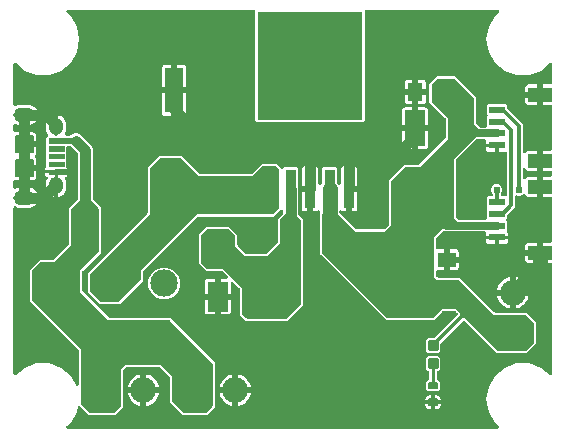
<source format=gbr>
G04 EAGLE Gerber RS-274X export*
G75*
%MOMM*%
%FSLAX34Y34*%
%LPD*%
%INTop Copper*%
%IPPOS*%
%AMOC8*
5,1,8,0,0,1.08239X$1,22.5*%
G01*
%ADD10R,1.524000X3.810000*%
%ADD11R,1.651000X3.048000*%
%ADD12R,1.700000X2.500000*%
%ADD13C,0.040638*%
%ADD14C,0.152400*%
%ADD15C,1.208000*%
%ADD16C,1.270000*%
%ADD17R,1.350000X0.600000*%
%ADD18R,2.000000X1.200000*%
%ADD19C,2.184400*%
%ADD20R,3.500000X4.000000*%
%ADD21R,0.889000X3.302000*%
%ADD22R,8.890000X9.144000*%
%ADD23C,0.222250*%
%ADD24C,0.158750*%
%ADD25R,2.325000X2.325000*%
%ADD26C,2.325000*%
%ADD27R,1.270000X1.524000*%
%ADD28R,1.524000X1.270000*%
%ADD29C,0.889000*%
%ADD30C,0.508000*%
%ADD31C,0.685800*%
%ADD32C,1.270000*%
%ADD33C,0.609600*%
%ADD34C,0.304800*%
%ADD35C,0.635000*%
%ADD36C,0.254000*%

G36*
X415393Y5212D02*
X415393Y5212D01*
X415428Y5210D01*
X415550Y5232D01*
X415673Y5248D01*
X415706Y5261D01*
X415741Y5267D01*
X415854Y5319D01*
X415969Y5365D01*
X415998Y5385D01*
X416030Y5400D01*
X416126Y5479D01*
X416226Y5551D01*
X416249Y5579D01*
X416276Y5601D01*
X416350Y5701D01*
X416429Y5796D01*
X416444Y5828D01*
X416465Y5857D01*
X416512Y5972D01*
X416565Y6084D01*
X416571Y6119D01*
X416585Y6152D01*
X416601Y6275D01*
X416625Y6396D01*
X416622Y6432D01*
X416627Y6467D01*
X416612Y6590D01*
X416605Y6714D01*
X416594Y6748D01*
X416590Y6783D01*
X416545Y6898D01*
X416507Y7016D01*
X416488Y7046D01*
X416475Y7079D01*
X416403Y7180D01*
X416337Y7285D01*
X416311Y7309D01*
X416290Y7338D01*
X416174Y7449D01*
X412849Y10239D01*
X407511Y19485D01*
X405657Y30000D01*
X407511Y40515D01*
X412849Y49761D01*
X421028Y56624D01*
X431062Y60276D01*
X441738Y60276D01*
X451772Y56624D01*
X459107Y50469D01*
X459178Y50423D01*
X459242Y50370D01*
X459311Y50338D01*
X459374Y50297D01*
X459454Y50270D01*
X459530Y50234D01*
X459604Y50220D01*
X459676Y50196D01*
X459760Y50190D01*
X459843Y50175D01*
X459918Y50179D01*
X459993Y50174D01*
X460076Y50189D01*
X460160Y50194D01*
X460232Y50218D01*
X460306Y50231D01*
X460383Y50267D01*
X460462Y50292D01*
X460526Y50333D01*
X460595Y50365D01*
X460660Y50418D01*
X460731Y50463D01*
X460783Y50518D01*
X460842Y50565D01*
X460891Y50633D01*
X460949Y50694D01*
X460986Y50760D01*
X461031Y50821D01*
X461062Y50899D01*
X461103Y50973D01*
X461121Y51046D01*
X461150Y51116D01*
X461161Y51199D01*
X461182Y51281D01*
X461191Y51423D01*
X461192Y51431D01*
X461192Y51435D01*
X461192Y51441D01*
X461192Y144190D01*
X461177Y144308D01*
X461170Y144427D01*
X461157Y144465D01*
X461152Y144506D01*
X461109Y144616D01*
X461072Y144729D01*
X461050Y144764D01*
X461035Y144801D01*
X460966Y144897D01*
X460902Y144998D01*
X460872Y145026D01*
X460849Y145059D01*
X460757Y145135D01*
X460670Y145216D01*
X460635Y145236D01*
X460604Y145261D01*
X460496Y145312D01*
X460392Y145370D01*
X460352Y145380D01*
X460316Y145397D01*
X460199Y145419D01*
X460084Y145449D01*
X460024Y145453D01*
X460004Y145457D01*
X459983Y145455D01*
X459923Y145459D01*
X453689Y145459D01*
X453689Y152730D01*
X453674Y152848D01*
X453667Y152967D01*
X453654Y153005D01*
X453649Y153045D01*
X453605Y153156D01*
X453569Y153269D01*
X453547Y153304D01*
X453532Y153341D01*
X453462Y153437D01*
X453399Y153538D01*
X453369Y153566D01*
X453345Y153598D01*
X453254Y153674D01*
X453167Y153756D01*
X453132Y153775D01*
X453100Y153801D01*
X452993Y153852D01*
X452889Y153909D01*
X452849Y153920D01*
X452813Y153937D01*
X452696Y153959D01*
X452581Y153989D01*
X452520Y153993D01*
X452500Y153997D01*
X452480Y153995D01*
X452420Y153999D01*
X451149Y153999D01*
X451149Y154001D01*
X452420Y154001D01*
X452538Y154016D01*
X452657Y154023D01*
X452695Y154036D01*
X452735Y154041D01*
X452846Y154085D01*
X452959Y154121D01*
X452994Y154143D01*
X453031Y154158D01*
X453127Y154228D01*
X453228Y154291D01*
X453256Y154321D01*
X453288Y154345D01*
X453364Y154436D01*
X453446Y154523D01*
X453465Y154558D01*
X453491Y154590D01*
X453542Y154697D01*
X453599Y154801D01*
X453610Y154841D01*
X453627Y154877D01*
X453649Y154994D01*
X453679Y155109D01*
X453683Y155170D01*
X453687Y155190D01*
X453685Y155210D01*
X453689Y155270D01*
X453689Y162541D01*
X459923Y162541D01*
X460041Y162556D01*
X460160Y162563D01*
X460198Y162576D01*
X460239Y162581D01*
X460349Y162624D01*
X460462Y162661D01*
X460497Y162683D01*
X460534Y162698D01*
X460630Y162767D01*
X460731Y162831D01*
X460759Y162861D01*
X460792Y162884D01*
X460867Y162976D01*
X460949Y163063D01*
X460969Y163098D01*
X460994Y163129D01*
X461045Y163237D01*
X461103Y163341D01*
X461113Y163380D01*
X461130Y163417D01*
X461152Y163534D01*
X461182Y163649D01*
X461186Y163709D01*
X461190Y163729D01*
X461188Y163750D01*
X461192Y163810D01*
X461192Y200190D01*
X461177Y200308D01*
X461170Y200427D01*
X461157Y200465D01*
X461152Y200506D01*
X461109Y200616D01*
X461072Y200729D01*
X461050Y200764D01*
X461035Y200801D01*
X460966Y200897D01*
X460902Y200998D01*
X460872Y201026D01*
X460849Y201059D01*
X460757Y201135D01*
X460670Y201216D01*
X460635Y201236D01*
X460604Y201261D01*
X460496Y201312D01*
X460392Y201370D01*
X460352Y201380D01*
X460316Y201397D01*
X460199Y201419D01*
X460084Y201449D01*
X460024Y201453D01*
X460004Y201457D01*
X459983Y201455D01*
X459923Y201459D01*
X453689Y201459D01*
X453689Y208730D01*
X453674Y208848D01*
X453667Y208967D01*
X453654Y209005D01*
X453649Y209045D01*
X453605Y209156D01*
X453569Y209269D01*
X453547Y209304D01*
X453532Y209341D01*
X453462Y209437D01*
X453399Y209538D01*
X453369Y209566D01*
X453345Y209598D01*
X453254Y209674D01*
X453167Y209756D01*
X453132Y209775D01*
X453100Y209801D01*
X452993Y209852D01*
X452889Y209909D01*
X452849Y209920D01*
X452813Y209937D01*
X452696Y209959D01*
X452581Y209989D01*
X452520Y209993D01*
X452500Y209997D01*
X452480Y209995D01*
X452420Y209999D01*
X449880Y209999D01*
X449762Y209984D01*
X449643Y209977D01*
X449605Y209964D01*
X449565Y209959D01*
X449454Y209915D01*
X449341Y209879D01*
X449306Y209857D01*
X449269Y209842D01*
X449173Y209772D01*
X449072Y209709D01*
X449044Y209679D01*
X449011Y209655D01*
X448936Y209564D01*
X448854Y209477D01*
X448834Y209442D01*
X448809Y209410D01*
X448758Y209303D01*
X448700Y209199D01*
X448690Y209159D01*
X448673Y209123D01*
X448651Y209006D01*
X448621Y208891D01*
X448617Y208830D01*
X448613Y208810D01*
X448615Y208790D01*
X448611Y208730D01*
X448611Y201459D01*
X440816Y201459D01*
X440169Y201632D01*
X439590Y201967D01*
X439117Y202440D01*
X438782Y203019D01*
X438743Y203165D01*
X438693Y203287D01*
X438649Y203412D01*
X438633Y203434D01*
X438623Y203459D01*
X438544Y203566D01*
X438470Y203675D01*
X438450Y203693D01*
X438434Y203715D01*
X438331Y203798D01*
X438232Y203886D01*
X438208Y203898D01*
X438187Y203915D01*
X438066Y203970D01*
X437948Y204030D01*
X437922Y204036D01*
X437898Y204047D01*
X437767Y204071D01*
X437638Y204100D01*
X437611Y204099D01*
X437585Y204104D01*
X437453Y204094D01*
X437320Y204090D01*
X437294Y204083D01*
X437267Y204081D01*
X437142Y204039D01*
X437015Y204002D01*
X436991Y203988D01*
X436966Y203980D01*
X436855Y203908D01*
X436741Y203840D01*
X436712Y203815D01*
X436699Y203807D01*
X436684Y203791D01*
X436620Y203734D01*
X435804Y202918D01*
X434030Y202183D01*
X432110Y202183D01*
X431524Y202426D01*
X431476Y202439D01*
X431431Y202460D01*
X431323Y202481D01*
X431217Y202510D01*
X431167Y202511D01*
X431118Y202520D01*
X431009Y202513D01*
X430899Y202515D01*
X430851Y202503D01*
X430801Y202500D01*
X430697Y202467D01*
X430590Y202441D01*
X430546Y202418D01*
X430499Y202402D01*
X430406Y202344D01*
X430309Y202292D01*
X430272Y202259D01*
X430230Y202232D01*
X430155Y202152D01*
X430073Y202078D01*
X430046Y202037D01*
X430012Y202001D01*
X429959Y201904D01*
X429899Y201813D01*
X429882Y201766D01*
X429858Y201722D01*
X429831Y201616D01*
X429795Y201512D01*
X429791Y201462D01*
X429779Y201414D01*
X429769Y201253D01*
X429769Y192688D01*
X423300Y186220D01*
X423240Y186141D01*
X423172Y186069D01*
X423143Y186016D01*
X423106Y185968D01*
X423066Y185877D01*
X423018Y185791D01*
X423003Y185732D01*
X422979Y185677D01*
X422964Y185579D01*
X422939Y185483D01*
X422933Y185383D01*
X422929Y185363D01*
X422931Y185350D01*
X422929Y185322D01*
X422929Y183263D01*
X422563Y182897D01*
X422490Y182803D01*
X422411Y182714D01*
X422393Y182678D01*
X422368Y182646D01*
X422321Y182537D01*
X422267Y182431D01*
X422258Y182392D01*
X422242Y182354D01*
X422223Y182237D01*
X422197Y182121D01*
X422198Y182080D01*
X422192Y182040D01*
X422203Y181922D01*
X422207Y181803D01*
X422218Y181764D01*
X422222Y181724D01*
X422262Y181612D01*
X422295Y181497D01*
X422316Y181462D01*
X422329Y181424D01*
X422396Y181326D01*
X422457Y181223D01*
X422496Y181178D01*
X422508Y181161D01*
X422523Y181148D01*
X422563Y181102D01*
X422929Y180737D01*
X422929Y173213D01*
X422907Y173185D01*
X422860Y173076D01*
X422805Y172970D01*
X422797Y172930D01*
X422781Y172893D01*
X422762Y172775D01*
X422736Y172659D01*
X422737Y172619D01*
X422731Y172579D01*
X422742Y172460D01*
X422745Y172341D01*
X422757Y172303D01*
X422760Y172262D01*
X422801Y172150D01*
X422834Y172036D01*
X422854Y172001D01*
X422868Y171963D01*
X422935Y171865D01*
X422995Y171762D01*
X423035Y171717D01*
X423047Y171700D01*
X423062Y171687D01*
X423102Y171641D01*
X423183Y171560D01*
X423518Y170981D01*
X423691Y170334D01*
X423691Y168499D01*
X414630Y168499D01*
X414512Y168484D01*
X414393Y168477D01*
X414386Y168475D01*
X414330Y168489D01*
X414270Y168493D01*
X414250Y168497D01*
X414230Y168495D01*
X414170Y168499D01*
X405109Y168499D01*
X405109Y170334D01*
X405140Y170448D01*
X405157Y170573D01*
X405181Y170697D01*
X405178Y170730D01*
X405183Y170764D01*
X405169Y170889D01*
X405161Y171014D01*
X405150Y171046D01*
X405147Y171079D01*
X405101Y171197D01*
X405063Y171316D01*
X405045Y171345D01*
X405033Y171376D01*
X404960Y171479D01*
X404893Y171585D01*
X404868Y171608D01*
X404849Y171636D01*
X404752Y171717D01*
X404661Y171803D01*
X404631Y171819D01*
X404606Y171841D01*
X404493Y171896D01*
X404382Y171957D01*
X404350Y171965D01*
X404320Y171980D01*
X404196Y172005D01*
X404075Y172036D01*
X404026Y172039D01*
X404008Y172043D01*
X403986Y172042D01*
X403914Y172046D01*
X371123Y172046D01*
X370958Y172115D01*
X370949Y172117D01*
X370940Y172122D01*
X370795Y172159D01*
X370651Y172199D01*
X370642Y172199D01*
X370633Y172201D01*
X370472Y172211D01*
X369327Y172211D01*
X369228Y172199D01*
X369129Y172196D01*
X369071Y172179D01*
X369011Y172171D01*
X368919Y172135D01*
X368824Y172107D01*
X368772Y172077D01*
X368715Y172054D01*
X368635Y171996D01*
X368550Y171946D01*
X368475Y171880D01*
X368458Y171868D01*
X368450Y171858D01*
X368429Y171840D01*
X363338Y166749D01*
X363278Y166671D01*
X363210Y166599D01*
X363181Y166546D01*
X363144Y166498D01*
X363104Y166407D01*
X363056Y166320D01*
X363041Y166261D01*
X363017Y166206D01*
X363002Y166108D01*
X362977Y166012D01*
X362971Y165912D01*
X362967Y165892D01*
X362969Y165879D01*
X362967Y165851D01*
X362967Y158242D01*
X362982Y158124D01*
X362989Y158005D01*
X363002Y157967D01*
X363007Y157926D01*
X363050Y157816D01*
X363087Y157703D01*
X363109Y157668D01*
X363124Y157631D01*
X363193Y157535D01*
X363257Y157434D01*
X363287Y157406D01*
X363310Y157373D01*
X363402Y157297D01*
X363489Y157216D01*
X363524Y157196D01*
X363555Y157171D01*
X363663Y157120D01*
X363767Y157062D01*
X363807Y157052D01*
X363843Y157035D01*
X363960Y157013D01*
X364075Y156983D01*
X364135Y156979D01*
X364155Y156975D01*
X364176Y156977D01*
X364236Y156973D01*
X369317Y156973D01*
X369317Y149352D01*
X369332Y149234D01*
X369339Y149115D01*
X369352Y149077D01*
X369357Y149037D01*
X369400Y148926D01*
X369437Y148813D01*
X369459Y148778D01*
X369474Y148741D01*
X369544Y148645D01*
X369607Y148544D01*
X369637Y148516D01*
X369661Y148484D01*
X369752Y148408D01*
X369839Y148326D01*
X369874Y148307D01*
X369905Y148281D01*
X370013Y148230D01*
X370117Y148173D01*
X370157Y148162D01*
X370193Y148145D01*
X370310Y148123D01*
X370425Y148093D01*
X370486Y148089D01*
X370506Y148085D01*
X370526Y148087D01*
X370586Y148083D01*
X371857Y148083D01*
X371857Y148081D01*
X370586Y148081D01*
X370468Y148066D01*
X370349Y148059D01*
X370311Y148046D01*
X370271Y148041D01*
X370160Y147997D01*
X370047Y147961D01*
X370012Y147939D01*
X369975Y147924D01*
X369879Y147854D01*
X369778Y147791D01*
X369750Y147761D01*
X369717Y147737D01*
X369642Y147646D01*
X369560Y147559D01*
X369540Y147524D01*
X369515Y147492D01*
X369464Y147385D01*
X369406Y147281D01*
X369396Y147241D01*
X369379Y147205D01*
X369357Y147088D01*
X369327Y146973D01*
X369323Y146912D01*
X369319Y146892D01*
X369321Y146872D01*
X369317Y146812D01*
X369317Y139191D01*
X364236Y139191D01*
X364118Y139176D01*
X363999Y139169D01*
X363961Y139156D01*
X363920Y139151D01*
X363810Y139108D01*
X363697Y139071D01*
X363662Y139049D01*
X363625Y139034D01*
X363529Y138965D01*
X363428Y138901D01*
X363400Y138871D01*
X363367Y138848D01*
X363291Y138756D01*
X363210Y138669D01*
X363190Y138634D01*
X363165Y138603D01*
X363114Y138495D01*
X363056Y138391D01*
X363046Y138351D01*
X363029Y138315D01*
X363007Y138198D01*
X362977Y138083D01*
X362973Y138023D01*
X362969Y138003D01*
X362971Y137982D01*
X362967Y137922D01*
X362967Y134885D01*
X362979Y134786D01*
X362982Y134687D01*
X362999Y134629D01*
X363007Y134569D01*
X363043Y134477D01*
X363071Y134382D01*
X363101Y134330D01*
X363124Y134273D01*
X363182Y134193D01*
X363232Y134108D01*
X363298Y134033D01*
X363310Y134016D01*
X363320Y134008D01*
X363338Y133987D01*
X364111Y133214D01*
X364189Y133154D01*
X364261Y133086D01*
X364314Y133057D01*
X364362Y133020D01*
X364453Y132980D01*
X364540Y132932D01*
X364599Y132917D01*
X364654Y132893D01*
X364752Y132878D01*
X364848Y132853D01*
X364948Y132847D01*
X364968Y132843D01*
X364981Y132845D01*
X365009Y132843D01*
X383025Y132843D01*
X412117Y103750D01*
X412195Y103690D01*
X412267Y103622D01*
X412320Y103593D01*
X412368Y103556D01*
X412459Y103516D01*
X412546Y103468D01*
X412605Y103453D01*
X412660Y103429D01*
X412758Y103414D01*
X412854Y103389D01*
X412954Y103383D01*
X412974Y103379D01*
X412987Y103381D01*
X413015Y103379D01*
X439667Y103379D01*
X447803Y95243D01*
X447803Y77223D01*
X439667Y69087D01*
X414789Y69087D01*
X412632Y71245D01*
X387538Y96338D01*
X387444Y96411D01*
X387355Y96490D01*
X387319Y96508D01*
X387287Y96533D01*
X387177Y96581D01*
X387072Y96635D01*
X387032Y96644D01*
X386995Y96660D01*
X386877Y96678D01*
X386761Y96704D01*
X386721Y96703D01*
X386681Y96709D01*
X386562Y96698D01*
X386443Y96695D01*
X386405Y96683D01*
X386364Y96680D01*
X386252Y96639D01*
X386138Y96606D01*
X386103Y96586D01*
X386065Y96572D01*
X385967Y96505D01*
X385864Y96445D01*
X385819Y96405D01*
X385802Y96393D01*
X385788Y96378D01*
X385743Y96338D01*
X367021Y77617D01*
X366961Y77538D01*
X366893Y77466D01*
X366864Y77413D01*
X366827Y77365D01*
X366787Y77274D01*
X366739Y77188D01*
X366724Y77129D01*
X366700Y77074D01*
X366685Y76976D01*
X366660Y76880D01*
X366654Y76780D01*
X366650Y76760D01*
X366652Y76747D01*
X366650Y76719D01*
X366650Y71161D01*
X364957Y69468D01*
X355895Y69468D01*
X354202Y71161D01*
X354202Y80223D01*
X355895Y81916D01*
X361453Y81916D01*
X361551Y81928D01*
X361650Y81931D01*
X361709Y81948D01*
X361769Y81956D01*
X361861Y81992D01*
X361956Y82020D01*
X362008Y82050D01*
X362064Y82073D01*
X362144Y82131D01*
X362230Y82181D01*
X362305Y82247D01*
X362322Y82259D01*
X362330Y82269D01*
X362351Y82287D01*
X381072Y101009D01*
X381145Y101103D01*
X381224Y101192D01*
X381242Y101228D01*
X381267Y101260D01*
X381315Y101370D01*
X381369Y101476D01*
X381378Y101515D01*
X381394Y101552D01*
X381412Y101670D01*
X381438Y101786D01*
X381437Y101826D01*
X381443Y101866D01*
X381432Y101985D01*
X381429Y102104D01*
X381417Y102143D01*
X381414Y102183D01*
X381373Y102295D01*
X381340Y102409D01*
X381320Y102444D01*
X381306Y102482D01*
X381239Y102581D01*
X381179Y102683D01*
X381139Y102728D01*
X381127Y102745D01*
X381112Y102759D01*
X381072Y102804D01*
X379601Y104276D01*
X379523Y104336D01*
X379451Y104404D01*
X379398Y104433D01*
X379350Y104470D01*
X379259Y104510D01*
X379172Y104558D01*
X379113Y104573D01*
X379058Y104597D01*
X378960Y104612D01*
X378864Y104637D01*
X378764Y104643D01*
X378744Y104647D01*
X378731Y104645D01*
X378703Y104647D01*
X369327Y104647D01*
X369228Y104635D01*
X369129Y104632D01*
X369071Y104615D01*
X369011Y104607D01*
X368919Y104571D01*
X368824Y104543D01*
X368772Y104513D01*
X368715Y104490D01*
X368635Y104432D01*
X368550Y104382D01*
X368475Y104316D01*
X368458Y104304D01*
X368450Y104294D01*
X368429Y104276D01*
X360927Y96773D01*
X321063Y96773D01*
X264667Y153169D01*
X264667Y188795D01*
X264650Y188933D01*
X264637Y189071D01*
X264630Y189090D01*
X264627Y189110D01*
X264576Y189240D01*
X264529Y189371D01*
X264518Y189387D01*
X264510Y189406D01*
X264429Y189519D01*
X264351Y189634D01*
X264335Y189647D01*
X264324Y189663D01*
X264216Y189752D01*
X264112Y189844D01*
X264094Y189853D01*
X264079Y189866D01*
X263953Y189925D01*
X263829Y189989D01*
X263809Y189993D01*
X263791Y190002D01*
X263655Y190028D01*
X263519Y190058D01*
X263498Y190058D01*
X263479Y190062D01*
X263340Y190053D01*
X263201Y190049D01*
X263181Y190043D01*
X263161Y190042D01*
X263029Y189999D01*
X262895Y189960D01*
X262878Y189950D01*
X262859Y189944D01*
X262741Y189870D01*
X262621Y189799D01*
X262600Y189780D01*
X262590Y189774D01*
X262576Y189759D01*
X262500Y189692D01*
X262291Y189483D01*
X261712Y189148D01*
X261065Y188975D01*
X258508Y188975D01*
X258508Y207073D01*
X258493Y207192D01*
X258485Y207310D01*
X258473Y207349D01*
X258468Y207389D01*
X258424Y207500D01*
X258387Y207613D01*
X258366Y207647D01*
X258351Y207685D01*
X258281Y207781D01*
X258217Y207881D01*
X258188Y207909D01*
X258164Y207942D01*
X258072Y208018D01*
X258068Y208022D01*
X258074Y208029D01*
X258107Y208053D01*
X258183Y208145D01*
X258265Y208232D01*
X258284Y208267D01*
X258310Y208298D01*
X258361Y208406D01*
X258418Y208510D01*
X258428Y208549D01*
X258445Y208586D01*
X258468Y208703D01*
X258498Y208818D01*
X258501Y208878D01*
X258505Y208898D01*
X258504Y208919D01*
X258508Y208979D01*
X258508Y227077D01*
X261065Y227077D01*
X261712Y226904D01*
X262291Y226569D01*
X262764Y226096D01*
X263099Y225517D01*
X263272Y224870D01*
X263272Y212655D01*
X263280Y212586D01*
X263279Y212516D01*
X263300Y212428D01*
X263312Y212339D01*
X263337Y212274D01*
X263354Y212206D01*
X263396Y212127D01*
X263429Y212044D01*
X263470Y211987D01*
X263502Y211925D01*
X263563Y211859D01*
X263615Y211786D01*
X263669Y211742D01*
X263716Y211690D01*
X263791Y211641D01*
X263860Y211583D01*
X263924Y211554D01*
X263982Y211515D01*
X264067Y211486D01*
X264148Y211448D01*
X264217Y211435D01*
X264283Y211412D01*
X264372Y211405D01*
X264460Y211388D01*
X264530Y211392D01*
X264600Y211387D01*
X264688Y211402D01*
X264778Y211408D01*
X264844Y211429D01*
X264913Y211441D01*
X264995Y211478D01*
X265080Y211506D01*
X265139Y211543D01*
X265203Y211572D01*
X265273Y211628D01*
X265349Y211676D01*
X265397Y211727D01*
X265451Y211770D01*
X265505Y211842D01*
X265567Y211908D01*
X265601Y211969D01*
X265643Y212025D01*
X265714Y212169D01*
X265905Y212631D01*
X266201Y212926D01*
X266261Y213005D01*
X266329Y213077D01*
X266358Y213130D01*
X266395Y213178D01*
X266435Y213269D01*
X266483Y213355D01*
X266498Y213414D01*
X266522Y213469D01*
X266537Y213567D01*
X266562Y213663D01*
X266568Y213763D01*
X266572Y213784D01*
X266570Y213796D01*
X266572Y213824D01*
X266572Y225273D01*
X267614Y226315D01*
X277978Y226315D01*
X279020Y225273D01*
X279020Y213824D01*
X279032Y213726D01*
X279035Y213627D01*
X279052Y213568D01*
X279060Y213508D01*
X279096Y213416D01*
X279124Y213321D01*
X279154Y213269D01*
X279177Y213213D01*
X279235Y213133D01*
X279285Y213047D01*
X279351Y212972D01*
X279363Y212955D01*
X279373Y212947D01*
X279391Y212926D01*
X279687Y212631D01*
X279878Y212169D01*
X279913Y212108D01*
X279939Y212044D01*
X279991Y211971D01*
X280036Y211893D01*
X280084Y211843D01*
X280125Y211786D01*
X280195Y211729D01*
X280257Y211664D01*
X280317Y211628D01*
X280370Y211583D01*
X280452Y211545D01*
X280528Y211498D01*
X280595Y211478D01*
X280658Y211448D01*
X280746Y211431D01*
X280832Y211404D01*
X280902Y211401D01*
X280971Y211388D01*
X281060Y211394D01*
X281150Y211389D01*
X281218Y211403D01*
X281288Y211408D01*
X281373Y211435D01*
X281461Y211454D01*
X281524Y211484D01*
X281590Y211506D01*
X281666Y211554D01*
X281747Y211593D01*
X281800Y211639D01*
X281859Y211676D01*
X281921Y211741D01*
X281989Y211800D01*
X282029Y211857D01*
X282077Y211908D01*
X282121Y211986D01*
X282172Y212060D01*
X282197Y212125D01*
X282231Y212186D01*
X282253Y212273D01*
X282285Y212357D01*
X282293Y212426D01*
X282310Y212494D01*
X282320Y212655D01*
X282320Y224870D01*
X282493Y225517D01*
X282828Y226096D01*
X283301Y226569D01*
X283880Y226904D01*
X284527Y227077D01*
X287084Y227077D01*
X287084Y208979D01*
X287099Y208860D01*
X287107Y208742D01*
X287119Y208703D01*
X287124Y208663D01*
X287168Y208552D01*
X287205Y208439D01*
X287226Y208405D01*
X287241Y208367D01*
X287311Y208271D01*
X287375Y208171D01*
X287404Y208143D01*
X287428Y208110D01*
X287520Y208034D01*
X287524Y208030D01*
X287518Y208023D01*
X287485Y207999D01*
X287409Y207907D01*
X287327Y207820D01*
X287308Y207785D01*
X287282Y207754D01*
X287231Y207646D01*
X287174Y207542D01*
X287164Y207503D01*
X287147Y207466D01*
X287124Y207349D01*
X287094Y207234D01*
X287091Y207174D01*
X287087Y207154D01*
X287088Y207133D01*
X287084Y207073D01*
X287084Y188975D01*
X284527Y188975D01*
X283880Y189148D01*
X283301Y189483D01*
X283092Y189692D01*
X282982Y189777D01*
X282875Y189866D01*
X282856Y189875D01*
X282840Y189887D01*
X282712Y189943D01*
X282587Y190002D01*
X282567Y190006D01*
X282548Y190014D01*
X282411Y190035D01*
X282274Y190062D01*
X282254Y190060D01*
X282234Y190064D01*
X282096Y190051D01*
X281957Y190042D01*
X281938Y190036D01*
X281918Y190034D01*
X281787Y189987D01*
X281655Y189944D01*
X281637Y189933D01*
X281618Y189926D01*
X281503Y189848D01*
X281386Y189774D01*
X281372Y189759D01*
X281355Y189748D01*
X281263Y189643D01*
X281168Y189542D01*
X281158Y189524D01*
X281145Y189509D01*
X281082Y189385D01*
X281014Y189264D01*
X281009Y189244D01*
X281000Y189226D01*
X280970Y189090D01*
X280935Y188956D01*
X280933Y188928D01*
X280930Y188916D01*
X280931Y188895D01*
X280925Y188795D01*
X280925Y188297D01*
X280937Y188199D01*
X280940Y188100D01*
X280957Y188041D01*
X280965Y187981D01*
X281001Y187889D01*
X281029Y187794D01*
X281059Y187742D01*
X281082Y187686D01*
X281140Y187606D01*
X281190Y187520D01*
X281256Y187445D01*
X281268Y187428D01*
X281278Y187420D01*
X281296Y187399D01*
X294587Y174108D01*
X294666Y174048D01*
X294738Y173980D01*
X294791Y173951D01*
X294839Y173914D01*
X294930Y173874D01*
X295016Y173826D01*
X295075Y173811D01*
X295130Y173787D01*
X295228Y173772D01*
X295324Y173747D01*
X295424Y173741D01*
X295445Y173737D01*
X295457Y173739D01*
X295485Y173737D01*
X318505Y173737D01*
X318604Y173749D01*
X318703Y173752D01*
X318761Y173769D01*
X318821Y173777D01*
X318913Y173813D01*
X319008Y173841D01*
X319060Y173871D01*
X319117Y173894D01*
X319197Y173952D01*
X319282Y174002D01*
X319357Y174068D01*
X319374Y174080D01*
X319382Y174090D01*
X319403Y174108D01*
X322970Y177675D01*
X323030Y177753D01*
X323098Y177825D01*
X323127Y177878D01*
X323164Y177926D01*
X323204Y178017D01*
X323252Y178104D01*
X323267Y178163D01*
X323291Y178218D01*
X323306Y178316D01*
X323331Y178412D01*
X323337Y178512D01*
X323341Y178532D01*
X323339Y178545D01*
X323341Y178573D01*
X323341Y215893D01*
X336049Y228601D01*
X348223Y228601D01*
X348322Y228613D01*
X348421Y228616D01*
X348479Y228633D01*
X348539Y228641D01*
X348631Y228677D01*
X348726Y228705D01*
X348778Y228735D01*
X348835Y228758D01*
X348915Y228816D01*
X349000Y228866D01*
X349075Y228932D01*
X349092Y228944D01*
X349100Y228954D01*
X349121Y228972D01*
X370976Y250827D01*
X371036Y250905D01*
X371104Y250977D01*
X371133Y251030D01*
X371170Y251078D01*
X371210Y251169D01*
X371258Y251256D01*
X371273Y251315D01*
X371297Y251370D01*
X371312Y251468D01*
X371337Y251564D01*
X371343Y251664D01*
X371347Y251684D01*
X371345Y251697D01*
X371347Y251725D01*
X371347Y267197D01*
X371335Y267296D01*
X371332Y267395D01*
X371315Y267453D01*
X371307Y267513D01*
X371271Y267605D01*
X371243Y267700D01*
X371213Y267752D01*
X371190Y267809D01*
X371132Y267889D01*
X371082Y267974D01*
X371016Y268049D01*
X371004Y268066D01*
X370994Y268074D01*
X370976Y268095D01*
X357377Y281693D01*
X357377Y297173D01*
X363481Y303277D01*
X379215Y303277D01*
X381372Y301119D01*
X397003Y285489D01*
X397003Y263547D01*
X397015Y263448D01*
X397018Y263349D01*
X397035Y263291D01*
X397043Y263231D01*
X397079Y263139D01*
X397107Y263044D01*
X397137Y262992D01*
X397160Y262935D01*
X397218Y262855D01*
X397268Y262770D01*
X397334Y262695D01*
X397346Y262678D01*
X397356Y262670D01*
X397374Y262649D01*
X399698Y260325D01*
X399776Y260265D01*
X399849Y260197D01*
X399902Y260168D01*
X399949Y260131D01*
X400040Y260091D01*
X400127Y260043D01*
X400186Y260028D01*
X400241Y260004D01*
X400339Y259989D01*
X400435Y259964D01*
X400535Y259958D01*
X400555Y259954D01*
X400568Y259956D01*
X400596Y259954D01*
X404602Y259954D01*
X404720Y259969D01*
X404839Y259976D01*
X404877Y259989D01*
X404918Y259994D01*
X405028Y260037D01*
X405141Y260074D01*
X405176Y260096D01*
X405213Y260111D01*
X405309Y260180D01*
X405410Y260244D01*
X405438Y260274D01*
X405471Y260297D01*
X405547Y260389D01*
X405628Y260476D01*
X405648Y260511D01*
X405673Y260542D01*
X405724Y260650D01*
X405782Y260754D01*
X405792Y260794D01*
X405809Y260830D01*
X405831Y260947D01*
X405861Y261062D01*
X405865Y261122D01*
X405869Y261142D01*
X405867Y261163D01*
X405871Y261223D01*
X405871Y268737D01*
X406237Y269102D01*
X406310Y269196D01*
X406389Y269286D01*
X406407Y269322D01*
X406432Y269354D01*
X406479Y269463D01*
X406533Y269569D01*
X406542Y269608D01*
X406558Y269646D01*
X406577Y269763D01*
X406603Y269879D01*
X406602Y269920D01*
X406608Y269960D01*
X406597Y270078D01*
X406593Y270197D01*
X406582Y270236D01*
X406578Y270276D01*
X406538Y270388D01*
X406505Y270503D01*
X406484Y270538D01*
X406471Y270576D01*
X406404Y270674D01*
X406343Y270777D01*
X406304Y270822D01*
X406292Y270839D01*
X406277Y270852D01*
X406237Y270897D01*
X405871Y271263D01*
X405871Y278737D01*
X406913Y279779D01*
X421887Y279779D01*
X422929Y278737D01*
X422929Y276958D01*
X422941Y276860D01*
X422944Y276761D01*
X422961Y276702D01*
X422969Y276642D01*
X423005Y276550D01*
X423033Y276455D01*
X423063Y276403D01*
X423086Y276347D01*
X423144Y276267D01*
X423194Y276181D01*
X423260Y276106D01*
X423272Y276089D01*
X423282Y276081D01*
X423300Y276060D01*
X436373Y262988D01*
X436373Y239544D01*
X436391Y239400D01*
X436406Y239254D01*
X436411Y239242D01*
X436413Y239228D01*
X436466Y239093D01*
X436517Y238956D01*
X436525Y238945D01*
X436530Y238933D01*
X436615Y238814D01*
X436698Y238695D01*
X436708Y238686D01*
X436716Y238675D01*
X436829Y238582D01*
X436939Y238487D01*
X436951Y238481D01*
X436961Y238472D01*
X437094Y238410D01*
X437224Y238345D01*
X437237Y238343D01*
X437249Y238337D01*
X437392Y238310D01*
X437535Y238279D01*
X437548Y238280D01*
X437561Y238277D01*
X437707Y238286D01*
X437853Y238292D01*
X437865Y238296D01*
X437879Y238297D01*
X438018Y238342D01*
X438157Y238384D01*
X438169Y238391D01*
X438181Y238395D01*
X438305Y238473D01*
X438429Y238548D01*
X438439Y238558D01*
X438450Y238565D01*
X438550Y238671D01*
X438652Y238775D01*
X438662Y238791D01*
X438668Y238797D01*
X438676Y238812D01*
X438741Y238909D01*
X439117Y239560D01*
X439590Y240033D01*
X440169Y240368D01*
X440816Y240541D01*
X448611Y240541D01*
X448611Y233270D01*
X448626Y233152D01*
X448633Y233033D01*
X448646Y232995D01*
X448651Y232955D01*
X448694Y232844D01*
X448731Y232731D01*
X448753Y232696D01*
X448768Y232659D01*
X448838Y232563D01*
X448901Y232462D01*
X448931Y232434D01*
X448955Y232402D01*
X449046Y232326D01*
X449133Y232244D01*
X449168Y232225D01*
X449199Y232199D01*
X449307Y232148D01*
X449411Y232091D01*
X449451Y232080D01*
X449487Y232063D01*
X449604Y232041D01*
X449719Y232011D01*
X449780Y232007D01*
X449800Y232003D01*
X449820Y232005D01*
X449880Y232001D01*
X452420Y232001D01*
X452538Y232016D01*
X452657Y232023D01*
X452695Y232036D01*
X452735Y232041D01*
X452846Y232085D01*
X452959Y232121D01*
X452994Y232143D01*
X453031Y232158D01*
X453127Y232228D01*
X453228Y232291D01*
X453256Y232321D01*
X453288Y232345D01*
X453364Y232436D01*
X453446Y232523D01*
X453465Y232558D01*
X453491Y232590D01*
X453542Y232697D01*
X453599Y232801D01*
X453610Y232841D01*
X453627Y232877D01*
X453649Y232994D01*
X453679Y233109D01*
X453683Y233170D01*
X453687Y233190D01*
X453685Y233210D01*
X453689Y233270D01*
X453689Y240541D01*
X459923Y240541D01*
X460041Y240556D01*
X460160Y240563D01*
X460198Y240575D01*
X460239Y240581D01*
X460349Y240624D01*
X460462Y240661D01*
X460497Y240683D01*
X460534Y240698D01*
X460630Y240767D01*
X460731Y240831D01*
X460759Y240861D01*
X460792Y240884D01*
X460868Y240976D01*
X460949Y241063D01*
X460969Y241098D01*
X460994Y241129D01*
X461045Y241237D01*
X461103Y241341D01*
X461113Y241381D01*
X461130Y241417D01*
X461152Y241534D01*
X461182Y241649D01*
X461186Y241709D01*
X461190Y241729D01*
X461188Y241750D01*
X461192Y241810D01*
X461192Y278190D01*
X461177Y278308D01*
X461170Y278427D01*
X461157Y278465D01*
X461152Y278506D01*
X461109Y278616D01*
X461072Y278729D01*
X461050Y278764D01*
X461035Y278801D01*
X460966Y278897D01*
X460902Y278998D01*
X460872Y279026D01*
X460849Y279059D01*
X460757Y279135D01*
X460670Y279216D01*
X460635Y279236D01*
X460604Y279261D01*
X460496Y279312D01*
X460392Y279370D01*
X460352Y279380D01*
X460316Y279397D01*
X460199Y279419D01*
X460084Y279449D01*
X460024Y279453D01*
X460004Y279457D01*
X459983Y279455D01*
X459923Y279459D01*
X453689Y279459D01*
X453689Y286730D01*
X453674Y286848D01*
X453667Y286967D01*
X453654Y287005D01*
X453649Y287045D01*
X453605Y287156D01*
X453569Y287269D01*
X453547Y287304D01*
X453532Y287341D01*
X453462Y287437D01*
X453399Y287538D01*
X453369Y287566D01*
X453345Y287598D01*
X453254Y287674D01*
X453167Y287756D01*
X453132Y287775D01*
X453100Y287801D01*
X452993Y287852D01*
X452889Y287909D01*
X452849Y287920D01*
X452813Y287937D01*
X452696Y287959D01*
X452581Y287989D01*
X452520Y287993D01*
X452500Y287997D01*
X452480Y287995D01*
X452420Y287999D01*
X451149Y287999D01*
X451149Y288001D01*
X452420Y288001D01*
X452538Y288016D01*
X452657Y288023D01*
X452695Y288036D01*
X452735Y288041D01*
X452846Y288085D01*
X452959Y288121D01*
X452994Y288143D01*
X453031Y288158D01*
X453127Y288228D01*
X453228Y288291D01*
X453256Y288321D01*
X453288Y288345D01*
X453364Y288436D01*
X453446Y288523D01*
X453465Y288558D01*
X453491Y288590D01*
X453542Y288697D01*
X453599Y288801D01*
X453610Y288841D01*
X453627Y288877D01*
X453649Y288994D01*
X453679Y289109D01*
X453683Y289170D01*
X453687Y289190D01*
X453685Y289210D01*
X453689Y289270D01*
X453689Y296541D01*
X459923Y296541D01*
X460041Y296556D01*
X460160Y296563D01*
X460198Y296575D01*
X460239Y296581D01*
X460349Y296624D01*
X460462Y296661D01*
X460497Y296683D01*
X460534Y296698D01*
X460630Y296767D01*
X460731Y296831D01*
X460759Y296861D01*
X460792Y296884D01*
X460868Y296976D01*
X460949Y297063D01*
X460969Y297098D01*
X460994Y297129D01*
X461045Y297237D01*
X461103Y297341D01*
X461113Y297381D01*
X461130Y297417D01*
X461152Y297534D01*
X461182Y297649D01*
X461186Y297709D01*
X461190Y297729D01*
X461188Y297750D01*
X461192Y297810D01*
X461192Y313359D01*
X461182Y313442D01*
X461181Y313526D01*
X461162Y313599D01*
X461152Y313674D01*
X461121Y313752D01*
X461100Y313834D01*
X461063Y313900D01*
X461035Y313970D01*
X460986Y314038D01*
X460945Y314111D01*
X460893Y314166D01*
X460849Y314227D01*
X460784Y314281D01*
X460726Y314342D01*
X460662Y314382D01*
X460604Y314430D01*
X460528Y314466D01*
X460456Y314510D01*
X460384Y314533D01*
X460316Y314566D01*
X460234Y314581D01*
X460153Y314607D01*
X460078Y314611D01*
X460004Y314625D01*
X459920Y314620D01*
X459836Y314625D01*
X459762Y314610D01*
X459686Y314606D01*
X459606Y314580D01*
X459524Y314563D01*
X459456Y314531D01*
X459384Y314508D01*
X459313Y314463D01*
X459237Y314426D01*
X459122Y314342D01*
X459115Y314337D01*
X459113Y314335D01*
X459107Y314331D01*
X451772Y308176D01*
X441738Y304524D01*
X431062Y304524D01*
X421028Y308176D01*
X412849Y315039D01*
X407511Y324285D01*
X405657Y334800D01*
X407511Y345315D01*
X412849Y354561D01*
X416174Y357351D01*
X416198Y357377D01*
X416226Y357397D01*
X416306Y357493D01*
X416390Y357584D01*
X416407Y357615D01*
X416429Y357642D01*
X416482Y357755D01*
X416541Y357864D01*
X416550Y357898D01*
X416565Y357930D01*
X416588Y358052D01*
X416618Y358172D01*
X416618Y358208D01*
X416625Y358243D01*
X416617Y358366D01*
X416616Y358490D01*
X416607Y358525D01*
X416605Y358560D01*
X416567Y358678D01*
X416535Y358798D01*
X416518Y358829D01*
X416507Y358862D01*
X416440Y358967D01*
X416380Y359076D01*
X416356Y359101D01*
X416337Y359131D01*
X416246Y359216D01*
X416161Y359306D01*
X416131Y359325D01*
X416105Y359349D01*
X415996Y359409D01*
X415891Y359475D01*
X415857Y359486D01*
X415826Y359503D01*
X415707Y359534D01*
X415588Y359571D01*
X415553Y359573D01*
X415519Y359582D01*
X415358Y359592D01*
X303784Y359592D01*
X303666Y359577D01*
X303547Y359570D01*
X303509Y359557D01*
X303468Y359552D01*
X303358Y359509D01*
X303245Y359472D01*
X303210Y359450D01*
X303173Y359435D01*
X303077Y359366D01*
X302976Y359302D01*
X302948Y359272D01*
X302915Y359249D01*
X302839Y359157D01*
X302758Y359070D01*
X302738Y359035D01*
X302713Y359004D01*
X302662Y358896D01*
X302604Y358792D01*
X302594Y358752D01*
X302577Y358716D01*
X302555Y358599D01*
X302525Y358484D01*
X302521Y358424D01*
X302517Y358404D01*
X302519Y358383D01*
X302515Y358323D01*
X302515Y265709D01*
X301473Y264667D01*
X211099Y264667D01*
X210057Y265709D01*
X210057Y358323D01*
X210042Y358441D01*
X210035Y358560D01*
X210022Y358598D01*
X210017Y358639D01*
X209974Y358749D01*
X209937Y358862D01*
X209915Y358897D01*
X209900Y358934D01*
X209831Y359030D01*
X209767Y359131D01*
X209737Y359159D01*
X209714Y359192D01*
X209622Y359268D01*
X209535Y359349D01*
X209500Y359369D01*
X209469Y359394D01*
X209361Y359445D01*
X209257Y359503D01*
X209217Y359513D01*
X209181Y359530D01*
X209064Y359552D01*
X208949Y359582D01*
X208889Y359586D01*
X208869Y359590D01*
X208848Y359588D01*
X208788Y359592D01*
X51042Y359592D01*
X51007Y359588D01*
X50972Y359590D01*
X50850Y359568D01*
X50727Y359552D01*
X50694Y359539D01*
X50659Y359533D01*
X50546Y359481D01*
X50431Y359435D01*
X50402Y359415D01*
X50370Y359400D01*
X50274Y359321D01*
X50174Y359249D01*
X50151Y359221D01*
X50124Y359199D01*
X50050Y359099D01*
X49971Y359004D01*
X49956Y358972D01*
X49935Y358943D01*
X49888Y358828D01*
X49835Y358716D01*
X49829Y358681D01*
X49815Y358648D01*
X49799Y358525D01*
X49775Y358404D01*
X49778Y358368D01*
X49773Y358333D01*
X49788Y358210D01*
X49795Y358086D01*
X49806Y358052D01*
X49810Y358017D01*
X49855Y357902D01*
X49893Y357784D01*
X49912Y357754D01*
X49925Y357721D01*
X49997Y357620D01*
X50063Y357515D01*
X50089Y357491D01*
X50110Y357462D01*
X50226Y357351D01*
X53551Y354561D01*
X58889Y345315D01*
X60743Y334800D01*
X58889Y324285D01*
X53551Y315039D01*
X45372Y308176D01*
X35338Y304524D01*
X24662Y304524D01*
X14628Y308176D01*
X7293Y314331D01*
X7222Y314377D01*
X7158Y314430D01*
X7089Y314462D01*
X7026Y314503D01*
X6946Y314530D01*
X6870Y314566D01*
X6796Y314580D01*
X6724Y314604D01*
X6640Y314610D01*
X6557Y314625D01*
X6482Y314621D01*
X6407Y314626D01*
X6324Y314611D01*
X6240Y314606D01*
X6168Y314582D01*
X6094Y314569D01*
X6017Y314533D01*
X5938Y314508D01*
X5874Y314467D01*
X5805Y314435D01*
X5740Y314382D01*
X5669Y314337D01*
X5617Y314282D01*
X5558Y314235D01*
X5509Y314167D01*
X5451Y314106D01*
X5414Y314040D01*
X5369Y313979D01*
X5338Y313901D01*
X5297Y313827D01*
X5279Y313754D01*
X5250Y313684D01*
X5239Y313601D01*
X5218Y313519D01*
X5209Y313377D01*
X5208Y313369D01*
X5208Y313365D01*
X5208Y313359D01*
X5208Y279362D01*
X5210Y279348D01*
X5208Y279333D01*
X5224Y279227D01*
X5230Y279129D01*
X5242Y279093D01*
X5248Y279047D01*
X5253Y279033D01*
X5255Y279018D01*
X5301Y278911D01*
X5328Y278826D01*
X5346Y278798D01*
X5365Y278751D01*
X5373Y278739D01*
X5379Y278726D01*
X5455Y278626D01*
X5498Y278558D01*
X5520Y278537D01*
X5551Y278494D01*
X5563Y278484D01*
X5572Y278473D01*
X5676Y278390D01*
X5730Y278340D01*
X5753Y278327D01*
X5796Y278291D01*
X5810Y278285D01*
X5821Y278275D01*
X5948Y278219D01*
X6008Y278186D01*
X6032Y278180D01*
X6084Y278155D01*
X6099Y278153D01*
X6112Y278147D01*
X6252Y278123D01*
X6316Y278107D01*
X6350Y278105D01*
X6396Y278096D01*
X6411Y278097D01*
X6426Y278094D01*
X6463Y278097D01*
X6477Y278096D01*
X6482Y278096D01*
X6542Y278104D01*
X6570Y278106D01*
X6714Y278115D01*
X6728Y278120D01*
X6743Y278121D01*
X6779Y278134D01*
X6798Y278136D01*
X6884Y278171D01*
X7016Y278213D01*
X7029Y278221D01*
X7043Y278226D01*
X7082Y278249D01*
X7093Y278253D01*
X7108Y278264D01*
X7182Y278307D01*
X7727Y278671D01*
X9345Y279341D01*
X10674Y279606D01*
X10719Y279577D01*
X10777Y279529D01*
X10854Y279493D01*
X10925Y279449D01*
X10997Y279426D01*
X11065Y279394D01*
X11148Y279378D01*
X11228Y279352D01*
X11304Y279348D01*
X11377Y279334D01*
X11462Y279339D01*
X11546Y279335D01*
X11686Y279353D01*
X11695Y279354D01*
X11698Y279355D01*
X11706Y279356D01*
X12666Y279547D01*
X12812Y279596D01*
X12957Y279643D01*
X12962Y279646D01*
X12967Y279648D01*
X12998Y279667D01*
X13002Y279667D01*
X13151Y279656D01*
X13160Y279658D01*
X13169Y279657D01*
X13191Y279660D01*
X13202Y279655D01*
X13341Y279588D01*
X13348Y279586D01*
X13351Y279585D01*
X13360Y279583D01*
X13496Y279547D01*
X14230Y279401D01*
X14240Y279400D01*
X14248Y279397D01*
X14397Y279389D01*
X14548Y279378D01*
X14557Y279380D01*
X14566Y279380D01*
X14726Y279401D01*
X14952Y279446D01*
X15098Y279495D01*
X15243Y279542D01*
X15248Y279545D01*
X15253Y279546D01*
X15379Y279628D01*
X15383Y279628D01*
X15392Y279625D01*
X15542Y279616D01*
X15691Y279606D01*
X15700Y279607D01*
X15709Y279607D01*
X15848Y279626D01*
X15848Y279625D01*
X15853Y279623D01*
X15857Y279619D01*
X15995Y279555D01*
X16135Y279487D01*
X16142Y279485D01*
X16145Y279484D01*
X16154Y279482D01*
X16290Y279446D01*
X16817Y279341D01*
X17012Y279260D01*
X17060Y279247D01*
X17105Y279226D01*
X17213Y279205D01*
X17319Y279176D01*
X17369Y279176D01*
X17418Y279166D01*
X17527Y279173D01*
X17637Y279171D01*
X17685Y279183D01*
X17735Y279186D01*
X17839Y279220D01*
X17946Y279245D01*
X17990Y279269D01*
X18037Y279284D01*
X18130Y279343D01*
X18227Y279394D01*
X18264Y279428D01*
X18306Y279454D01*
X18381Y279534D01*
X18428Y279576D01*
X19611Y279341D01*
X21229Y278671D01*
X22686Y277698D01*
X23924Y276460D01*
X24897Y275003D01*
X25567Y273385D01*
X25735Y272541D01*
X17498Y272541D01*
X17380Y272526D01*
X17261Y272519D01*
X17223Y272506D01*
X17183Y272501D01*
X17072Y272458D01*
X17024Y272442D01*
X17006Y272452D01*
X16967Y272462D01*
X16931Y272479D01*
X16814Y272501D01*
X16698Y272531D01*
X16638Y272535D01*
X16618Y272539D01*
X16598Y272537D01*
X16538Y272541D01*
X14704Y272541D01*
X14586Y272526D01*
X14467Y272519D01*
X14429Y272506D01*
X14389Y272501D01*
X14278Y272458D01*
X14230Y272442D01*
X14212Y272452D01*
X14173Y272462D01*
X14137Y272479D01*
X14020Y272501D01*
X13904Y272531D01*
X13844Y272535D01*
X13824Y272539D01*
X13804Y272537D01*
X13744Y272541D01*
X12418Y272541D01*
X12300Y272526D01*
X12181Y272519D01*
X12143Y272506D01*
X12103Y272501D01*
X11992Y272458D01*
X11944Y272442D01*
X11926Y272452D01*
X11887Y272462D01*
X11851Y272479D01*
X11734Y272501D01*
X11618Y272531D01*
X11558Y272535D01*
X11538Y272539D01*
X11518Y272537D01*
X11458Y272541D01*
X6477Y272541D01*
X6359Y272526D01*
X6240Y272519D01*
X6202Y272506D01*
X6161Y272501D01*
X6051Y272458D01*
X5938Y272421D01*
X5903Y272399D01*
X5866Y272384D01*
X5770Y272315D01*
X5669Y272251D01*
X5641Y272221D01*
X5608Y272198D01*
X5532Y272106D01*
X5451Y272019D01*
X5431Y271984D01*
X5406Y271953D01*
X5355Y271845D01*
X5297Y271741D01*
X5287Y271701D01*
X5270Y271665D01*
X5248Y271548D01*
X5218Y271433D01*
X5214Y271373D01*
X5210Y271353D01*
X5212Y271332D01*
X5208Y271272D01*
X5208Y270312D01*
X5223Y270194D01*
X5230Y270075D01*
X5243Y270037D01*
X5248Y269996D01*
X5291Y269886D01*
X5328Y269773D01*
X5350Y269738D01*
X5365Y269701D01*
X5434Y269604D01*
X5498Y269504D01*
X5528Y269476D01*
X5551Y269443D01*
X5643Y269367D01*
X5730Y269286D01*
X5765Y269266D01*
X5796Y269241D01*
X5904Y269190D01*
X6008Y269132D01*
X6048Y269122D01*
X6084Y269105D01*
X6201Y269083D01*
X6316Y269053D01*
X6376Y269049D01*
X6396Y269045D01*
X6417Y269047D01*
X6477Y269043D01*
X11458Y269043D01*
X11576Y269058D01*
X11695Y269065D01*
X11733Y269077D01*
X11773Y269083D01*
X11884Y269126D01*
X11932Y269142D01*
X11950Y269132D01*
X11989Y269122D01*
X12025Y269105D01*
X12142Y269083D01*
X12258Y269053D01*
X12318Y269049D01*
X12338Y269045D01*
X12358Y269047D01*
X12418Y269043D01*
X13744Y269043D01*
X13862Y269058D01*
X13981Y269065D01*
X14019Y269077D01*
X14059Y269083D01*
X14170Y269126D01*
X14218Y269142D01*
X14236Y269132D01*
X14275Y269122D01*
X14311Y269105D01*
X14428Y269083D01*
X14544Y269053D01*
X14604Y269049D01*
X14624Y269045D01*
X14644Y269047D01*
X14704Y269043D01*
X16538Y269043D01*
X16656Y269058D01*
X16775Y269065D01*
X16813Y269077D01*
X16853Y269083D01*
X16964Y269126D01*
X17012Y269142D01*
X17030Y269132D01*
X17069Y269122D01*
X17105Y269105D01*
X17222Y269083D01*
X17338Y269053D01*
X17398Y269049D01*
X17418Y269045D01*
X17438Y269047D01*
X17498Y269043D01*
X25735Y269043D01*
X25567Y268199D01*
X24897Y266581D01*
X23924Y265124D01*
X22686Y263886D01*
X21229Y262913D01*
X19611Y262243D01*
X18432Y262008D01*
X18424Y262020D01*
X18385Y262051D01*
X18353Y262089D01*
X18263Y262152D01*
X18179Y262222D01*
X18134Y262244D01*
X18093Y262272D01*
X17990Y262311D01*
X17891Y262358D01*
X17842Y262367D01*
X17796Y262385D01*
X17686Y262397D01*
X17579Y262418D01*
X17529Y262415D01*
X17480Y262420D01*
X17371Y262405D01*
X17261Y262398D01*
X17214Y262383D01*
X17165Y262376D01*
X17012Y262324D01*
X16817Y262243D01*
X16290Y262138D01*
X16143Y262089D01*
X15999Y262042D01*
X15994Y262039D01*
X15989Y262037D01*
X15863Y261956D01*
X15859Y261956D01*
X15850Y261959D01*
X15700Y261968D01*
X15551Y261978D01*
X15542Y261977D01*
X15533Y261977D01*
X15394Y261958D01*
X15394Y261959D01*
X15389Y261961D01*
X15385Y261965D01*
X15246Y262030D01*
X15107Y262097D01*
X15100Y262099D01*
X15097Y262100D01*
X15088Y262102D01*
X14952Y262138D01*
X14726Y262183D01*
X14716Y262184D01*
X14708Y262187D01*
X14559Y262195D01*
X14408Y262206D01*
X14399Y262204D01*
X14390Y262204D01*
X14230Y262183D01*
X13496Y262037D01*
X13349Y261988D01*
X13205Y261941D01*
X13200Y261938D01*
X13195Y261936D01*
X13164Y261917D01*
X13161Y261917D01*
X13011Y261928D01*
X13002Y261926D01*
X12993Y261927D01*
X12971Y261924D01*
X12961Y261928D01*
X12821Y261996D01*
X12814Y261998D01*
X12811Y261999D01*
X12802Y262001D01*
X12666Y262037D01*
X11706Y262228D01*
X11621Y262234D01*
X11538Y262250D01*
X11463Y262245D01*
X11388Y262251D01*
X11305Y262235D01*
X11221Y262230D01*
X11150Y262207D01*
X11075Y262193D01*
X10999Y262158D01*
X10919Y262132D01*
X10855Y262092D01*
X10787Y262060D01*
X10721Y262007D01*
X10676Y261978D01*
X9345Y262243D01*
X7727Y262913D01*
X7182Y263277D01*
X7169Y263284D01*
X7158Y263293D01*
X7027Y263354D01*
X6898Y263419D01*
X6883Y263422D01*
X6870Y263429D01*
X6729Y263456D01*
X6587Y263486D01*
X6572Y263486D01*
X6557Y263488D01*
X6414Y263479D01*
X6269Y263474D01*
X6255Y263469D01*
X6240Y263469D01*
X6102Y263424D01*
X5964Y263383D01*
X5952Y263375D01*
X5938Y263371D01*
X5815Y263293D01*
X5692Y263219D01*
X5681Y263208D01*
X5669Y263200D01*
X5570Y263095D01*
X5469Y262992D01*
X5461Y262980D01*
X5451Y262969D01*
X5381Y262843D01*
X5309Y262717D01*
X5305Y262703D01*
X5297Y262690D01*
X5261Y262551D01*
X5222Y262411D01*
X5222Y262397D01*
X5218Y262382D01*
X5208Y262222D01*
X5208Y257185D01*
X5223Y257060D01*
X5233Y256935D01*
X5243Y256903D01*
X5248Y256869D01*
X5294Y256753D01*
X5334Y256633D01*
X5352Y256605D01*
X5365Y256574D01*
X5438Y256472D01*
X5507Y256367D01*
X5532Y256344D01*
X5551Y256316D01*
X5648Y256236D01*
X5741Y256151D01*
X5770Y256135D01*
X5796Y256114D01*
X5910Y256060D01*
X6021Y256001D01*
X6054Y255992D01*
X6084Y255978D01*
X6208Y255954D01*
X6330Y255924D01*
X6363Y255925D01*
X6396Y255918D01*
X6522Y255926D01*
X6648Y255927D01*
X6696Y255937D01*
X6714Y255938D01*
X6734Y255945D01*
X6806Y255959D01*
X7185Y256061D01*
X11939Y256061D01*
X11939Y247170D01*
X11954Y247052D01*
X11961Y246933D01*
X11974Y246895D01*
X11979Y246855D01*
X12022Y246744D01*
X12059Y246631D01*
X12081Y246596D01*
X12096Y246559D01*
X12166Y246463D01*
X12229Y246362D01*
X12259Y246334D01*
X12283Y246302D01*
X12374Y246226D01*
X12461Y246144D01*
X12496Y246125D01*
X12527Y246099D01*
X12635Y246048D01*
X12739Y245991D01*
X12779Y245980D01*
X12815Y245963D01*
X12932Y245941D01*
X13047Y245911D01*
X13108Y245907D01*
X13128Y245903D01*
X13148Y245905D01*
X13208Y245901D01*
X14479Y245901D01*
X14479Y245899D01*
X13208Y245899D01*
X13090Y245884D01*
X12971Y245877D01*
X12933Y245864D01*
X12893Y245859D01*
X12782Y245815D01*
X12669Y245779D01*
X12634Y245757D01*
X12597Y245742D01*
X12501Y245672D01*
X12400Y245609D01*
X12372Y245579D01*
X12339Y245555D01*
X12264Y245464D01*
X12182Y245377D01*
X12162Y245342D01*
X12137Y245310D01*
X12086Y245203D01*
X12028Y245099D01*
X12018Y245059D01*
X12001Y245023D01*
X11979Y244906D01*
X11949Y244791D01*
X11945Y244730D01*
X11941Y244710D01*
X11943Y244690D01*
X11939Y244630D01*
X11939Y226850D01*
X11954Y226732D01*
X11961Y226613D01*
X11974Y226575D01*
X11979Y226535D01*
X12022Y226424D01*
X12059Y226311D01*
X12081Y226276D01*
X12096Y226239D01*
X12166Y226143D01*
X12229Y226042D01*
X12259Y226014D01*
X12283Y225982D01*
X12374Y225906D01*
X12461Y225824D01*
X12496Y225805D01*
X12527Y225779D01*
X12635Y225728D01*
X12739Y225671D01*
X12779Y225660D01*
X12815Y225643D01*
X12932Y225621D01*
X13047Y225591D01*
X13108Y225587D01*
X13128Y225583D01*
X13148Y225585D01*
X13208Y225581D01*
X14479Y225581D01*
X14479Y225579D01*
X13208Y225579D01*
X13090Y225564D01*
X12971Y225557D01*
X12933Y225544D01*
X12893Y225539D01*
X12782Y225495D01*
X12669Y225459D01*
X12634Y225437D01*
X12597Y225422D01*
X12501Y225352D01*
X12400Y225289D01*
X12372Y225259D01*
X12339Y225235D01*
X12264Y225144D01*
X12182Y225057D01*
X12162Y225022D01*
X12137Y224990D01*
X12086Y224883D01*
X12028Y224779D01*
X12018Y224739D01*
X12001Y224703D01*
X11979Y224586D01*
X11949Y224471D01*
X11945Y224410D01*
X11941Y224390D01*
X11943Y224370D01*
X11939Y224310D01*
X11939Y215419D01*
X7185Y215419D01*
X6806Y215521D01*
X6681Y215538D01*
X6557Y215562D01*
X6524Y215560D01*
X6490Y215564D01*
X6365Y215550D01*
X6240Y215542D01*
X6208Y215532D01*
X6175Y215528D01*
X6057Y215483D01*
X5938Y215444D01*
X5909Y215426D01*
X5878Y215414D01*
X5775Y215341D01*
X5669Y215274D01*
X5646Y215249D01*
X5618Y215230D01*
X5537Y215134D01*
X5451Y215042D01*
X5435Y215013D01*
X5413Y214987D01*
X5358Y214874D01*
X5297Y214764D01*
X5289Y214731D01*
X5274Y214701D01*
X5249Y214577D01*
X5218Y214456D01*
X5215Y214407D01*
X5211Y214389D01*
X5212Y214367D01*
X5208Y214295D01*
X5208Y209258D01*
X5210Y209244D01*
X5208Y209229D01*
X5229Y209086D01*
X5248Y208943D01*
X5253Y208929D01*
X5255Y208914D01*
X5311Y208782D01*
X5365Y208647D01*
X5373Y208635D01*
X5379Y208622D01*
X5466Y208507D01*
X5551Y208390D01*
X5563Y208380D01*
X5572Y208369D01*
X5685Y208279D01*
X5796Y208187D01*
X5810Y208181D01*
X5821Y208171D01*
X5954Y208113D01*
X6084Y208051D01*
X6099Y208049D01*
X6112Y208043D01*
X6255Y208019D01*
X6396Y207992D01*
X6411Y207993D01*
X6426Y207990D01*
X6570Y208002D01*
X6714Y208011D01*
X6728Y208016D01*
X6743Y208017D01*
X6879Y208065D01*
X7016Y208109D01*
X7029Y208117D01*
X7043Y208122D01*
X7182Y208203D01*
X7727Y208567D01*
X9345Y209237D01*
X10613Y209489D01*
X10693Y209433D01*
X10777Y209363D01*
X10822Y209342D01*
X10863Y209313D01*
X10966Y209274D01*
X11065Y209227D01*
X11114Y209218D01*
X11161Y209200D01*
X11270Y209188D01*
X11377Y209167D01*
X11427Y209171D01*
X11477Y209165D01*
X11586Y209180D01*
X11695Y209187D01*
X11742Y209203D01*
X11792Y209210D01*
X11855Y209231D01*
X12666Y209392D01*
X12813Y209442D01*
X12957Y209488D01*
X12962Y209491D01*
X12967Y209493D01*
X13044Y209542D01*
X13128Y209538D01*
X13277Y209527D01*
X13287Y209529D01*
X13296Y209528D01*
X13375Y209539D01*
X13454Y209501D01*
X13595Y209434D01*
X13602Y209432D01*
X13605Y209430D01*
X13614Y209429D01*
X13750Y209392D01*
X14230Y209297D01*
X14240Y209296D01*
X14249Y209293D01*
X14397Y209285D01*
X14548Y209274D01*
X14557Y209276D01*
X14566Y209276D01*
X14726Y209297D01*
X15206Y209392D01*
X15353Y209442D01*
X15497Y209488D01*
X15502Y209491D01*
X15507Y209493D01*
X15584Y209542D01*
X15668Y209538D01*
X15818Y209527D01*
X15827Y209529D01*
X15836Y209528D01*
X15915Y209539D01*
X15996Y209501D01*
X16135Y209434D01*
X16142Y209432D01*
X16145Y209430D01*
X16154Y209429D01*
X16290Y209392D01*
X17094Y209233D01*
X17105Y209227D01*
X17213Y209207D01*
X17318Y209178D01*
X17369Y209177D01*
X17418Y209167D01*
X17527Y209174D01*
X17636Y209172D01*
X17685Y209184D01*
X17735Y209187D01*
X17839Y209221D01*
X17946Y209246D01*
X17990Y209270D01*
X18037Y209285D01*
X18130Y209344D01*
X18227Y209395D01*
X18264Y209429D01*
X18306Y209455D01*
X18339Y209490D01*
X19611Y209237D01*
X21229Y208567D01*
X22686Y207594D01*
X23924Y206356D01*
X24897Y204899D01*
X25567Y203281D01*
X25735Y202437D01*
X17498Y202437D01*
X17380Y202422D01*
X17261Y202415D01*
X17223Y202402D01*
X17183Y202397D01*
X17072Y202354D01*
X17024Y202338D01*
X17006Y202348D01*
X16967Y202358D01*
X16931Y202375D01*
X16814Y202397D01*
X16698Y202427D01*
X16638Y202431D01*
X16618Y202435D01*
X16598Y202433D01*
X16538Y202437D01*
X14958Y202437D01*
X14840Y202422D01*
X14721Y202415D01*
X14683Y202402D01*
X14643Y202397D01*
X14532Y202354D01*
X14484Y202338D01*
X14466Y202348D01*
X14427Y202358D01*
X14391Y202375D01*
X14274Y202397D01*
X14158Y202427D01*
X14098Y202431D01*
X14078Y202435D01*
X14058Y202433D01*
X13998Y202437D01*
X12418Y202437D01*
X12300Y202422D01*
X12181Y202415D01*
X12143Y202402D01*
X12103Y202397D01*
X11992Y202354D01*
X11944Y202338D01*
X11926Y202348D01*
X11887Y202358D01*
X11851Y202375D01*
X11734Y202397D01*
X11618Y202427D01*
X11558Y202431D01*
X11538Y202435D01*
X11518Y202433D01*
X11458Y202437D01*
X6477Y202437D01*
X6359Y202422D01*
X6240Y202415D01*
X6202Y202402D01*
X6161Y202397D01*
X6051Y202354D01*
X5938Y202317D01*
X5903Y202295D01*
X5866Y202280D01*
X5770Y202211D01*
X5669Y202147D01*
X5641Y202117D01*
X5608Y202094D01*
X5532Y202002D01*
X5451Y201915D01*
X5431Y201880D01*
X5406Y201849D01*
X5355Y201741D01*
X5297Y201637D01*
X5287Y201597D01*
X5270Y201561D01*
X5248Y201444D01*
X5218Y201329D01*
X5214Y201269D01*
X5210Y201249D01*
X5212Y201228D01*
X5208Y201168D01*
X5208Y200208D01*
X5223Y200090D01*
X5230Y199971D01*
X5243Y199933D01*
X5248Y199892D01*
X5291Y199782D01*
X5328Y199669D01*
X5350Y199634D01*
X5365Y199597D01*
X5434Y199500D01*
X5498Y199400D01*
X5528Y199372D01*
X5551Y199339D01*
X5643Y199263D01*
X5730Y199182D01*
X5765Y199162D01*
X5796Y199137D01*
X5904Y199086D01*
X6008Y199028D01*
X6048Y199018D01*
X6084Y199001D01*
X6201Y198979D01*
X6316Y198949D01*
X6376Y198945D01*
X6396Y198941D01*
X6417Y198943D01*
X6477Y198939D01*
X11458Y198939D01*
X11576Y198954D01*
X11695Y198961D01*
X11733Y198973D01*
X11773Y198979D01*
X11884Y199022D01*
X11932Y199038D01*
X11950Y199028D01*
X11989Y199018D01*
X12025Y199001D01*
X12142Y198979D01*
X12258Y198949D01*
X12318Y198945D01*
X12338Y198941D01*
X12358Y198943D01*
X12418Y198939D01*
X13998Y198939D01*
X14116Y198954D01*
X14235Y198961D01*
X14273Y198973D01*
X14313Y198979D01*
X14424Y199022D01*
X14472Y199038D01*
X14490Y199028D01*
X14529Y199018D01*
X14565Y199001D01*
X14682Y198979D01*
X14798Y198949D01*
X14858Y198945D01*
X14878Y198941D01*
X14898Y198943D01*
X14958Y198939D01*
X16538Y198939D01*
X16656Y198954D01*
X16775Y198961D01*
X16813Y198973D01*
X16853Y198979D01*
X16964Y199022D01*
X17012Y199038D01*
X17030Y199028D01*
X17069Y199018D01*
X17105Y199001D01*
X17222Y198979D01*
X17338Y198949D01*
X17398Y198945D01*
X17418Y198941D01*
X17438Y198943D01*
X17498Y198939D01*
X25735Y198939D01*
X25567Y198095D01*
X24897Y196477D01*
X23924Y195020D01*
X22686Y193782D01*
X21229Y192809D01*
X19611Y192139D01*
X18343Y191887D01*
X18263Y191943D01*
X18179Y192013D01*
X18133Y192035D01*
X18093Y192063D01*
X17990Y192102D01*
X17891Y192149D01*
X17842Y192158D01*
X17795Y192176D01*
X17686Y192188D01*
X17579Y192209D01*
X17529Y192205D01*
X17479Y192211D01*
X17371Y192196D01*
X17261Y192189D01*
X17214Y192173D01*
X17164Y192166D01*
X17101Y192145D01*
X16290Y191984D01*
X16143Y191934D01*
X15999Y191888D01*
X15994Y191885D01*
X15989Y191883D01*
X15912Y191834D01*
X15828Y191838D01*
X15679Y191849D01*
X15669Y191847D01*
X15660Y191848D01*
X15581Y191837D01*
X15500Y191875D01*
X15361Y191942D01*
X15354Y191944D01*
X15351Y191946D01*
X15342Y191947D01*
X15206Y191984D01*
X14726Y192079D01*
X14716Y192080D01*
X14708Y192083D01*
X14559Y192091D01*
X14408Y192102D01*
X14399Y192100D01*
X14390Y192100D01*
X14230Y192079D01*
X13750Y191984D01*
X13604Y191935D01*
X13459Y191888D01*
X13454Y191885D01*
X13449Y191883D01*
X13372Y191834D01*
X13288Y191838D01*
X13138Y191849D01*
X13129Y191847D01*
X13120Y191848D01*
X13041Y191837D01*
X12960Y191875D01*
X12821Y191942D01*
X12814Y191944D01*
X12811Y191946D01*
X12802Y191947D01*
X12666Y191984D01*
X11862Y192143D01*
X11851Y192149D01*
X11743Y192169D01*
X11637Y192198D01*
X11587Y192199D01*
X11538Y192209D01*
X11429Y192202D01*
X11319Y192204D01*
X11271Y192192D01*
X11221Y192189D01*
X11117Y192155D01*
X11010Y192129D01*
X10966Y192106D01*
X10919Y192091D01*
X10826Y192032D01*
X10729Y191981D01*
X10692Y191947D01*
X10650Y191921D01*
X10617Y191886D01*
X9345Y192139D01*
X7727Y192809D01*
X7182Y193173D01*
X7169Y193180D01*
X7158Y193189D01*
X7027Y193250D01*
X6898Y193315D01*
X6883Y193318D01*
X6870Y193325D01*
X6729Y193352D01*
X6587Y193382D01*
X6572Y193382D01*
X6557Y193384D01*
X6414Y193375D01*
X6269Y193370D01*
X6255Y193365D01*
X6240Y193365D01*
X6102Y193320D01*
X5964Y193279D01*
X5952Y193271D01*
X5938Y193267D01*
X5815Y193189D01*
X5692Y193115D01*
X5681Y193104D01*
X5669Y193096D01*
X5570Y192991D01*
X5469Y192888D01*
X5461Y192876D01*
X5451Y192865D01*
X5381Y192739D01*
X5309Y192613D01*
X5305Y192599D01*
X5297Y192586D01*
X5261Y192447D01*
X5222Y192307D01*
X5222Y192293D01*
X5218Y192278D01*
X5208Y192118D01*
X5208Y51441D01*
X5218Y51358D01*
X5219Y51274D01*
X5238Y51201D01*
X5248Y51126D01*
X5279Y51048D01*
X5300Y50966D01*
X5337Y50900D01*
X5365Y50830D01*
X5414Y50762D01*
X5455Y50689D01*
X5507Y50634D01*
X5551Y50573D01*
X5616Y50519D01*
X5674Y50458D01*
X5738Y50418D01*
X5796Y50370D01*
X5872Y50334D01*
X5944Y50290D01*
X6016Y50267D01*
X6084Y50234D01*
X6166Y50219D01*
X6247Y50193D01*
X6322Y50189D01*
X6396Y50175D01*
X6480Y50180D01*
X6564Y50175D01*
X6638Y50190D01*
X6714Y50194D01*
X6794Y50220D01*
X6876Y50237D01*
X6944Y50269D01*
X7016Y50292D01*
X7087Y50337D01*
X7163Y50374D01*
X7278Y50458D01*
X7285Y50463D01*
X7287Y50465D01*
X7293Y50469D01*
X14628Y56624D01*
X24662Y60276D01*
X35338Y60276D01*
X45372Y56624D01*
X53551Y49761D01*
X58083Y41911D01*
X58171Y41796D01*
X58256Y41677D01*
X58267Y41669D01*
X58275Y41658D01*
X58389Y41568D01*
X58501Y41475D01*
X58514Y41469D01*
X58524Y41460D01*
X58658Y41401D01*
X58789Y41339D01*
X58802Y41337D01*
X58815Y41331D01*
X58959Y41306D01*
X59102Y41279D01*
X59115Y41280D01*
X59128Y41278D01*
X59274Y41290D01*
X59419Y41299D01*
X59432Y41303D01*
X59445Y41304D01*
X59583Y41352D01*
X59721Y41397D01*
X59733Y41404D01*
X59746Y41409D01*
X59867Y41489D01*
X59990Y41567D01*
X59999Y41577D01*
X60011Y41585D01*
X60108Y41693D01*
X60208Y41799D01*
X60215Y41811D01*
X60224Y41821D01*
X60291Y41950D01*
X60362Y42077D01*
X60365Y42090D01*
X60371Y42102D01*
X60405Y42244D01*
X60441Y42385D01*
X60442Y42404D01*
X60444Y42412D01*
X60444Y42429D01*
X60451Y42546D01*
X60451Y71363D01*
X60439Y71462D01*
X60436Y71561D01*
X60419Y71619D01*
X60411Y71679D01*
X60375Y71771D01*
X60347Y71866D01*
X60317Y71918D01*
X60294Y71975D01*
X60236Y72055D01*
X60186Y72140D01*
X60120Y72216D01*
X60108Y72232D01*
X60098Y72240D01*
X60080Y72261D01*
X21207Y111134D01*
X19049Y113291D01*
X19049Y139693D01*
X27439Y148083D01*
X38597Y148083D01*
X38696Y148095D01*
X38795Y148098D01*
X38853Y148115D01*
X38913Y148123D01*
X39005Y148159D01*
X39100Y148187D01*
X39152Y148217D01*
X39209Y148240D01*
X39289Y148298D01*
X39374Y148348D01*
X39449Y148414D01*
X39466Y148426D01*
X39474Y148436D01*
X39495Y148454D01*
X51952Y160911D01*
X52012Y160989D01*
X52080Y161061D01*
X52109Y161114D01*
X52146Y161162D01*
X52186Y161253D01*
X52234Y161340D01*
X52249Y161399D01*
X52273Y161454D01*
X52288Y161552D01*
X52313Y161648D01*
X52319Y161748D01*
X52323Y161768D01*
X52321Y161781D01*
X52323Y161809D01*
X52323Y192017D01*
X59445Y199138D01*
X59505Y199216D01*
X59573Y199288D01*
X59602Y199341D01*
X59639Y199389D01*
X59679Y199480D01*
X59727Y199567D01*
X59742Y199626D01*
X59766Y199681D01*
X59781Y199779D01*
X59806Y199875D01*
X59812Y199975D01*
X59816Y199995D01*
X59814Y200008D01*
X59816Y200036D01*
X59816Y237942D01*
X59804Y238040D01*
X59801Y238140D01*
X59784Y238198D01*
X59776Y238258D01*
X59740Y238350D01*
X59712Y238445D01*
X59682Y238497D01*
X59659Y238554D01*
X59601Y238634D01*
X59551Y238719D01*
X59485Y238794D01*
X59473Y238811D01*
X59463Y238819D01*
X59445Y238840D01*
X54027Y244258D01*
X53949Y244318D01*
X53876Y244386D01*
X53823Y244415D01*
X53776Y244452D01*
X53685Y244492D01*
X53598Y244540D01*
X53539Y244555D01*
X53484Y244579D01*
X53386Y244594D01*
X53290Y244619D01*
X53190Y244625D01*
X53170Y244629D01*
X53157Y244627D01*
X53129Y244629D01*
X51181Y244629D01*
X51063Y244614D01*
X50944Y244607D01*
X50906Y244594D01*
X50865Y244589D01*
X50755Y244546D01*
X50642Y244509D01*
X50607Y244487D01*
X50570Y244472D01*
X50474Y244403D01*
X50373Y244339D01*
X50345Y244309D01*
X50312Y244286D01*
X50236Y244194D01*
X50155Y244107D01*
X50135Y244072D01*
X50110Y244041D01*
X50059Y243933D01*
X50001Y243829D01*
X49991Y243789D01*
X49974Y243753D01*
X49952Y243636D01*
X49922Y243521D01*
X49918Y243461D01*
X49914Y243441D01*
X49916Y243420D01*
X49912Y243360D01*
X49912Y239573D01*
X49861Y239473D01*
X49852Y239434D01*
X49836Y239397D01*
X49817Y239279D01*
X49791Y239163D01*
X49792Y239122D01*
X49786Y239082D01*
X49797Y238964D01*
X49801Y238845D01*
X49812Y238806D01*
X49816Y238766D01*
X49856Y238654D01*
X49889Y238539D01*
X49910Y238505D01*
X49912Y238498D01*
X49912Y232969D01*
X49861Y232869D01*
X49852Y232830D01*
X49836Y232793D01*
X49817Y232675D01*
X49791Y232559D01*
X49792Y232518D01*
X49786Y232478D01*
X49797Y232360D01*
X49801Y232241D01*
X49812Y232202D01*
X49816Y232162D01*
X49856Y232050D01*
X49889Y231935D01*
X49910Y231901D01*
X49912Y231894D01*
X49912Y226756D01*
X49923Y226664D01*
X49925Y226572D01*
X49943Y226507D01*
X49952Y226440D01*
X49986Y226355D01*
X50010Y226266D01*
X50062Y226160D01*
X50069Y226145D01*
X50074Y226138D01*
X50082Y226121D01*
X50487Y225420D01*
X50674Y224722D01*
X50674Y223801D01*
X41402Y223801D01*
X32130Y223801D01*
X32130Y224722D01*
X32317Y225420D01*
X32722Y226121D01*
X32758Y226206D01*
X32803Y226287D01*
X32819Y226352D01*
X32845Y226414D01*
X32859Y226506D01*
X32882Y226595D01*
X32889Y226712D01*
X32892Y226729D01*
X32891Y226738D01*
X32892Y226756D01*
X32892Y231907D01*
X32943Y232007D01*
X32952Y232047D01*
X32968Y232084D01*
X32987Y232201D01*
X33013Y232318D01*
X33012Y232358D01*
X33018Y232398D01*
X33007Y232516D01*
X33003Y232635D01*
X32992Y232674D01*
X32988Y232714D01*
X32948Y232827D01*
X32915Y232941D01*
X32894Y232976D01*
X32892Y232982D01*
X32892Y238511D01*
X32943Y238611D01*
X32952Y238651D01*
X32968Y238688D01*
X32987Y238805D01*
X33013Y238922D01*
X33012Y238962D01*
X33018Y239002D01*
X33007Y239120D01*
X33003Y239239D01*
X32992Y239278D01*
X32988Y239318D01*
X32948Y239430D01*
X32915Y239545D01*
X32894Y239580D01*
X32892Y239586D01*
X32892Y245115D01*
X32943Y245215D01*
X32952Y245255D01*
X32968Y245292D01*
X32987Y245409D01*
X33013Y245526D01*
X33012Y245566D01*
X33018Y245606D01*
X33007Y245724D01*
X33003Y245843D01*
X32992Y245882D01*
X32988Y245922D01*
X32948Y246035D01*
X32915Y246149D01*
X32894Y246184D01*
X32892Y246190D01*
X32892Y251598D01*
X34180Y252886D01*
X34276Y253009D01*
X34370Y253128D01*
X34372Y253133D01*
X34375Y253137D01*
X34437Y253279D01*
X34499Y253419D01*
X34500Y253424D01*
X34502Y253429D01*
X34526Y253582D01*
X34551Y253732D01*
X34551Y253738D01*
X34552Y253743D01*
X34537Y253898D01*
X34524Y254049D01*
X34522Y254054D01*
X34522Y254060D01*
X34470Y254204D01*
X34419Y254349D01*
X34415Y254356D01*
X34414Y254359D01*
X34409Y254366D01*
X34338Y254489D01*
X33798Y255298D01*
X33151Y256859D01*
X32856Y258344D01*
X32859Y258349D01*
X32882Y258421D01*
X32914Y258489D01*
X32930Y258572D01*
X32956Y258653D01*
X32960Y258728D01*
X32974Y258801D01*
X32969Y258886D01*
X32973Y258970D01*
X32955Y259110D01*
X32954Y259119D01*
X32953Y259122D01*
X32952Y259130D01*
X32821Y259787D01*
X32821Y260207D01*
X32857Y260384D01*
X32857Y260394D01*
X32860Y260403D01*
X32868Y260553D01*
X32879Y260702D01*
X32877Y260711D01*
X32878Y260720D01*
X32857Y260880D01*
X32821Y261057D01*
X32821Y261477D01*
X32952Y262134D01*
X32958Y262219D01*
X32974Y262302D01*
X32969Y262377D01*
X32975Y262452D01*
X32959Y262535D01*
X32954Y262619D01*
X32931Y262690D01*
X32917Y262764D01*
X32882Y262841D01*
X32856Y262921D01*
X32856Y262922D01*
X33151Y264405D01*
X33798Y265966D01*
X34737Y267372D01*
X35932Y268567D01*
X37338Y269506D01*
X38899Y270153D01*
X39653Y270303D01*
X39653Y262382D01*
X39668Y262264D01*
X39675Y262145D01*
X39687Y262107D01*
X39693Y262067D01*
X39736Y261956D01*
X39752Y261908D01*
X39742Y261890D01*
X39732Y261851D01*
X39715Y261815D01*
X39693Y261698D01*
X39663Y261582D01*
X39659Y261522D01*
X39655Y261502D01*
X39657Y261482D01*
X39653Y261422D01*
X39653Y261112D01*
X39668Y260994D01*
X39675Y260875D01*
X39687Y260837D01*
X39693Y260797D01*
X39736Y260686D01*
X39752Y260638D01*
X39742Y260620D01*
X39732Y260581D01*
X39715Y260545D01*
X39693Y260428D01*
X39663Y260312D01*
X39659Y260252D01*
X39655Y260232D01*
X39657Y260212D01*
X39653Y260152D01*
X39653Y259842D01*
X39668Y259724D01*
X39675Y259605D01*
X39687Y259567D01*
X39693Y259527D01*
X39736Y259416D01*
X39752Y259368D01*
X39742Y259350D01*
X39732Y259311D01*
X39715Y259275D01*
X39693Y259158D01*
X39663Y259042D01*
X39659Y258982D01*
X39655Y258962D01*
X39657Y258942D01*
X39653Y258882D01*
X39653Y254536D01*
X39668Y254418D01*
X39675Y254299D01*
X39687Y254261D01*
X39693Y254220D01*
X39736Y254110D01*
X39773Y253997D01*
X39795Y253962D01*
X39810Y253925D01*
X39879Y253829D01*
X39943Y253728D01*
X39973Y253700D01*
X39996Y253667D01*
X40088Y253591D01*
X40175Y253510D01*
X40210Y253490D01*
X40241Y253465D01*
X40349Y253414D01*
X40453Y253356D01*
X40493Y253346D01*
X40529Y253329D01*
X40646Y253307D01*
X40761Y253277D01*
X40821Y253273D01*
X40841Y253269D01*
X40862Y253271D01*
X40922Y253267D01*
X41882Y253267D01*
X42000Y253282D01*
X42119Y253289D01*
X42157Y253302D01*
X42198Y253307D01*
X42308Y253350D01*
X42421Y253387D01*
X42456Y253409D01*
X42493Y253424D01*
X42589Y253493D01*
X42690Y253557D01*
X42718Y253587D01*
X42751Y253610D01*
X42827Y253702D01*
X42908Y253789D01*
X42928Y253824D01*
X42953Y253855D01*
X43004Y253963D01*
X43062Y254067D01*
X43072Y254107D01*
X43089Y254143D01*
X43111Y254260D01*
X43141Y254375D01*
X43145Y254435D01*
X43149Y254455D01*
X43147Y254476D01*
X43151Y254536D01*
X43151Y258882D01*
X43136Y259000D01*
X43129Y259119D01*
X43116Y259157D01*
X43111Y259197D01*
X43068Y259308D01*
X43052Y259356D01*
X43062Y259374D01*
X43072Y259413D01*
X43089Y259449D01*
X43111Y259566D01*
X43141Y259682D01*
X43145Y259742D01*
X43149Y259762D01*
X43147Y259782D01*
X43151Y259842D01*
X43151Y260152D01*
X43136Y260270D01*
X43129Y260389D01*
X43116Y260427D01*
X43111Y260467D01*
X43068Y260578D01*
X43052Y260626D01*
X43062Y260644D01*
X43072Y260683D01*
X43089Y260719D01*
X43111Y260836D01*
X43141Y260952D01*
X43145Y261012D01*
X43149Y261032D01*
X43147Y261052D01*
X43151Y261112D01*
X43151Y261422D01*
X43136Y261540D01*
X43129Y261659D01*
X43116Y261697D01*
X43111Y261737D01*
X43068Y261848D01*
X43052Y261896D01*
X43062Y261914D01*
X43072Y261953D01*
X43089Y261989D01*
X43111Y262106D01*
X43141Y262222D01*
X43145Y262282D01*
X43149Y262302D01*
X43147Y262322D01*
X43151Y262382D01*
X43151Y270303D01*
X43905Y270153D01*
X45466Y269506D01*
X46872Y268567D01*
X48067Y267372D01*
X49006Y265966D01*
X49653Y264405D01*
X49948Y262920D01*
X49945Y262915D01*
X49922Y262843D01*
X49890Y262775D01*
X49874Y262692D01*
X49848Y262611D01*
X49844Y262536D01*
X49830Y262463D01*
X49835Y262378D01*
X49831Y262294D01*
X49849Y262154D01*
X49850Y262145D01*
X49851Y262142D01*
X49852Y262134D01*
X49983Y261477D01*
X49983Y261057D01*
X49947Y260880D01*
X49947Y260870D01*
X49944Y260861D01*
X49936Y260712D01*
X49925Y260562D01*
X49927Y260553D01*
X49926Y260544D01*
X49947Y260384D01*
X49983Y260207D01*
X49983Y259787D01*
X49852Y259130D01*
X49846Y259045D01*
X49830Y258962D01*
X49835Y258887D01*
X49829Y258812D01*
X49845Y258729D01*
X49850Y258645D01*
X49873Y258573D01*
X49887Y258500D01*
X49922Y258423D01*
X49948Y258343D01*
X49948Y258342D01*
X49653Y256859D01*
X49006Y255298D01*
X48969Y255241D01*
X48962Y255228D01*
X48952Y255217D01*
X48891Y255086D01*
X48826Y254957D01*
X48823Y254942D01*
X48817Y254929D01*
X48790Y254787D01*
X48759Y254646D01*
X48760Y254631D01*
X48757Y254616D01*
X48766Y254473D01*
X48772Y254328D01*
X48776Y254314D01*
X48777Y254299D01*
X48821Y254162D01*
X48863Y254023D01*
X48870Y254011D01*
X48875Y253997D01*
X48952Y253875D01*
X49027Y253751D01*
X49037Y253740D01*
X49045Y253728D01*
X49151Y253629D01*
X49253Y253528D01*
X49266Y253520D01*
X49277Y253510D01*
X49403Y253440D01*
X49528Y253368D01*
X49542Y253364D01*
X49555Y253356D01*
X49695Y253320D01*
X49834Y253281D01*
X49849Y253281D01*
X49863Y253277D01*
X50024Y253267D01*
X53129Y253267D01*
X53227Y253279D01*
X53327Y253282D01*
X53385Y253299D01*
X53445Y253307D01*
X53537Y253343D01*
X53632Y253371D01*
X53684Y253401D01*
X53741Y253424D01*
X53821Y253482D01*
X53906Y253532D01*
X53981Y253598D01*
X53998Y253610D01*
X54006Y253620D01*
X54027Y253638D01*
X54613Y254224D01*
X56900Y255172D01*
X59376Y255172D01*
X61663Y254224D01*
X71316Y244571D01*
X72264Y242284D01*
X72264Y199782D01*
X72276Y199683D01*
X72279Y199584D01*
X72296Y199526D01*
X72304Y199466D01*
X72340Y199374D01*
X72368Y199279D01*
X72398Y199227D01*
X72421Y199170D01*
X72479Y199090D01*
X72529Y199005D01*
X72595Y198930D01*
X72607Y198913D01*
X72617Y198905D01*
X72635Y198884D01*
X78995Y192525D01*
X78995Y153931D01*
X63872Y138809D01*
X63812Y138731D01*
X63744Y138659D01*
X63715Y138606D01*
X63678Y138558D01*
X63638Y138467D01*
X63590Y138380D01*
X63575Y138321D01*
X63551Y138266D01*
X63536Y138168D01*
X63511Y138072D01*
X63505Y137972D01*
X63501Y137952D01*
X63503Y137939D01*
X63501Y137911D01*
X63501Y122185D01*
X63513Y122086D01*
X63516Y121987D01*
X63533Y121929D01*
X63541Y121869D01*
X63577Y121777D01*
X63605Y121682D01*
X63635Y121630D01*
X63658Y121573D01*
X63716Y121493D01*
X63766Y121408D01*
X63832Y121333D01*
X63844Y121316D01*
X63854Y121308D01*
X63872Y121287D01*
X85981Y99178D01*
X86059Y99118D01*
X86131Y99050D01*
X86184Y99021D01*
X86232Y98984D01*
X86323Y98944D01*
X86410Y98896D01*
X86469Y98881D01*
X86524Y98857D01*
X86622Y98842D01*
X86718Y98817D01*
X86818Y98811D01*
X86838Y98807D01*
X86851Y98809D01*
X86879Y98807D01*
X137915Y98807D01*
X175515Y61207D01*
X175515Y22867D01*
X169411Y16763D01*
X148343Y16763D01*
X137921Y27185D01*
X137921Y47741D01*
X137909Y47840D01*
X137906Y47939D01*
X137889Y47997D01*
X137881Y48057D01*
X137845Y48149D01*
X137817Y48244D01*
X137787Y48296D01*
X137764Y48353D01*
X137706Y48433D01*
X137656Y48518D01*
X137590Y48593D01*
X137578Y48610D01*
X137568Y48618D01*
X137550Y48639D01*
X129665Y56524D01*
X129587Y56584D01*
X129515Y56652D01*
X129462Y56681D01*
X129414Y56718D01*
X129323Y56758D01*
X129236Y56806D01*
X129177Y56821D01*
X129122Y56845D01*
X129024Y56860D01*
X128928Y56885D01*
X128828Y56891D01*
X128808Y56895D01*
X128795Y56893D01*
X128767Y56895D01*
X100595Y56895D01*
X100496Y56883D01*
X100397Y56880D01*
X100339Y56863D01*
X100279Y56855D01*
X100187Y56819D01*
X100092Y56791D01*
X100040Y56761D01*
X99983Y56738D01*
X99903Y56680D01*
X99818Y56630D01*
X99743Y56564D01*
X99726Y56552D01*
X99718Y56542D01*
X99697Y56524D01*
X98416Y55243D01*
X98356Y55165D01*
X98288Y55093D01*
X98259Y55040D01*
X98222Y54992D01*
X98182Y54901D01*
X98134Y54814D01*
X98119Y54755D01*
X98095Y54700D01*
X98080Y54602D01*
X98055Y54506D01*
X98049Y54406D01*
X98045Y54386D01*
X98047Y54373D01*
X98045Y54345D01*
X98045Y23629D01*
X90925Y16509D01*
X69349Y16509D01*
X61735Y24123D01*
X61712Y24141D01*
X61694Y24163D01*
X61587Y24238D01*
X61484Y24318D01*
X61457Y24330D01*
X61434Y24346D01*
X61312Y24393D01*
X61192Y24445D01*
X61163Y24449D01*
X61137Y24459D01*
X61007Y24474D01*
X60878Y24495D01*
X60849Y24492D01*
X60821Y24495D01*
X60692Y24477D01*
X60561Y24465D01*
X60534Y24455D01*
X60506Y24451D01*
X60385Y24401D01*
X60262Y24357D01*
X60238Y24341D01*
X60212Y24330D01*
X60107Y24252D01*
X59999Y24179D01*
X59980Y24157D01*
X59957Y24140D01*
X59875Y24038D01*
X59788Y23940D01*
X59775Y23915D01*
X59757Y23892D01*
X59703Y23774D01*
X59644Y23657D01*
X59637Y23629D01*
X59626Y23603D01*
X59588Y23446D01*
X58889Y19485D01*
X53551Y10239D01*
X50226Y7449D01*
X50202Y7423D01*
X50174Y7403D01*
X50094Y7307D01*
X50010Y7216D01*
X49993Y7185D01*
X49971Y7158D01*
X49918Y7045D01*
X49859Y6936D01*
X49850Y6902D01*
X49835Y6870D01*
X49812Y6748D01*
X49782Y6628D01*
X49782Y6592D01*
X49775Y6557D01*
X49783Y6434D01*
X49784Y6310D01*
X49793Y6275D01*
X49795Y6240D01*
X49833Y6122D01*
X49865Y6002D01*
X49882Y5971D01*
X49893Y5938D01*
X49960Y5833D01*
X50020Y5724D01*
X50044Y5699D01*
X50063Y5669D01*
X50154Y5584D01*
X50239Y5494D01*
X50269Y5475D01*
X50295Y5451D01*
X50404Y5391D01*
X50509Y5325D01*
X50543Y5314D01*
X50574Y5297D01*
X50693Y5266D01*
X50812Y5229D01*
X50847Y5227D01*
X50881Y5218D01*
X51042Y5208D01*
X415358Y5208D01*
X415393Y5212D01*
G37*
%LPC*%
G36*
X201937Y96519D02*
X201937Y96519D01*
X196849Y101607D01*
X196849Y123179D01*
X196837Y123278D01*
X196834Y123377D01*
X196817Y123435D01*
X196809Y123495D01*
X196773Y123587D01*
X196745Y123682D01*
X196715Y123734D01*
X196692Y123791D01*
X196634Y123871D01*
X196584Y123956D01*
X196518Y124031D01*
X196506Y124048D01*
X196496Y124056D01*
X196478Y124077D01*
X191261Y129293D01*
X191152Y129378D01*
X191045Y129467D01*
X191026Y129475D01*
X191010Y129488D01*
X190882Y129543D01*
X190757Y129602D01*
X190737Y129606D01*
X190718Y129614D01*
X190580Y129636D01*
X190444Y129662D01*
X190424Y129661D01*
X190404Y129664D01*
X190265Y129651D01*
X190127Y129642D01*
X190108Y129636D01*
X190088Y129634D01*
X189956Y129587D01*
X189825Y129544D01*
X189807Y129534D01*
X189788Y129527D01*
X189673Y129449D01*
X189556Y129374D01*
X189542Y129359D01*
X189525Y129348D01*
X189433Y129244D01*
X189338Y129143D01*
X189328Y129125D01*
X189315Y129110D01*
X189251Y128986D01*
X189184Y128864D01*
X189179Y128845D01*
X189170Y128826D01*
X189140Y128691D01*
X189105Y128556D01*
X189103Y128528D01*
X189100Y128516D01*
X189101Y128496D01*
X189095Y128395D01*
X189095Y119445D01*
X180593Y119445D01*
X180593Y131947D01*
X185543Y131947D01*
X185681Y131964D01*
X185820Y131977D01*
X185839Y131984D01*
X185859Y131987D01*
X185988Y132038D01*
X186119Y132085D01*
X186136Y132096D01*
X186155Y132104D01*
X186267Y132185D01*
X186382Y132263D01*
X186396Y132279D01*
X186412Y132290D01*
X186501Y132398D01*
X186593Y132502D01*
X186602Y132520D01*
X186615Y132535D01*
X186674Y132661D01*
X186737Y132785D01*
X186742Y132805D01*
X186750Y132823D01*
X186776Y132959D01*
X186807Y133095D01*
X186806Y133116D01*
X186810Y133135D01*
X186802Y133274D01*
X186797Y133413D01*
X186792Y133433D01*
X186790Y133453D01*
X186748Y133585D01*
X186709Y133719D01*
X186699Y133736D01*
X186692Y133755D01*
X186618Y133873D01*
X186547Y133993D01*
X186529Y134014D01*
X186522Y134024D01*
X186507Y134038D01*
X186441Y134113D01*
X182497Y138058D01*
X182419Y138118D01*
X182347Y138186D01*
X182294Y138215D01*
X182246Y138252D01*
X182155Y138292D01*
X182068Y138340D01*
X182009Y138355D01*
X181954Y138379D01*
X181856Y138394D01*
X181760Y138419D01*
X181660Y138425D01*
X181640Y138429D01*
X181627Y138427D01*
X181599Y138429D01*
X168663Y138429D01*
X162051Y145041D01*
X162051Y169665D01*
X164209Y171823D01*
X165478Y173092D01*
X165479Y173092D01*
X166252Y173865D01*
X168409Y176023D01*
X187953Y176023D01*
X194819Y169157D01*
X194819Y160793D01*
X194831Y160694D01*
X194834Y160595D01*
X194851Y160537D01*
X194859Y160477D01*
X194895Y160385D01*
X194923Y160290D01*
X194953Y160238D01*
X194976Y160181D01*
X195034Y160101D01*
X195084Y160016D01*
X195150Y159941D01*
X195162Y159924D01*
X195172Y159916D01*
X195190Y159895D01*
X201805Y153280D01*
X201883Y153220D01*
X201955Y153152D01*
X202008Y153123D01*
X202056Y153086D01*
X202147Y153046D01*
X202234Y152998D01*
X202293Y152983D01*
X202348Y152959D01*
X202446Y152944D01*
X202542Y152919D01*
X202642Y152913D01*
X202662Y152909D01*
X202675Y152911D01*
X202703Y152909D01*
X218937Y152909D01*
X219036Y152921D01*
X219135Y152924D01*
X219193Y152941D01*
X219253Y152949D01*
X219345Y152985D01*
X219440Y153013D01*
X219492Y153043D01*
X219549Y153066D01*
X219629Y153124D01*
X219714Y153174D01*
X219789Y153240D01*
X219806Y153252D01*
X219814Y153262D01*
X219835Y153280D01*
X228736Y162181D01*
X228796Y162259D01*
X228864Y162331D01*
X228893Y162384D01*
X228930Y162432D01*
X228970Y162523D01*
X229018Y162610D01*
X229033Y162669D01*
X229057Y162724D01*
X229072Y162822D01*
X229097Y162918D01*
X229103Y163018D01*
X229107Y163038D01*
X229105Y163051D01*
X229107Y163079D01*
X229107Y182619D01*
X233181Y186692D01*
X233241Y186770D01*
X233309Y186842D01*
X233338Y186895D01*
X233375Y186943D01*
X233415Y187034D01*
X233463Y187121D01*
X233478Y187180D01*
X233502Y187235D01*
X233517Y187333D01*
X233542Y187429D01*
X233548Y187529D01*
X233552Y187549D01*
X233550Y187562D01*
X233552Y187590D01*
X233552Y189600D01*
X233535Y189738D01*
X233522Y189877D01*
X233515Y189896D01*
X233512Y189916D01*
X233461Y190045D01*
X233414Y190176D01*
X233403Y190193D01*
X233395Y190212D01*
X233314Y190324D01*
X233236Y190439D01*
X233220Y190453D01*
X233209Y190469D01*
X233101Y190558D01*
X232997Y190650D01*
X232979Y190659D01*
X232964Y190672D01*
X232838Y190731D01*
X232714Y190794D01*
X232694Y190799D01*
X232676Y190807D01*
X232540Y190833D01*
X232404Y190864D01*
X232383Y190863D01*
X232364Y190867D01*
X232225Y190859D01*
X232086Y190854D01*
X232066Y190849D01*
X232046Y190847D01*
X231914Y190805D01*
X231780Y190766D01*
X231763Y190756D01*
X231744Y190749D01*
X231626Y190675D01*
X231506Y190604D01*
X231485Y190586D01*
X231475Y190579D01*
X231461Y190564D01*
X231386Y190498D01*
X227702Y186815D01*
X225545Y184657D01*
X162063Y184657D01*
X161964Y184645D01*
X161865Y184642D01*
X161807Y184625D01*
X161747Y184617D01*
X161655Y184581D01*
X161560Y184553D01*
X161508Y184523D01*
X161451Y184500D01*
X161371Y184442D01*
X161286Y184392D01*
X161211Y184326D01*
X161194Y184314D01*
X161186Y184304D01*
X161165Y184286D01*
X115180Y138301D01*
X115120Y138223D01*
X115052Y138151D01*
X115023Y138098D01*
X114986Y138050D01*
X114946Y137959D01*
X114898Y137872D01*
X114883Y137813D01*
X114859Y137758D01*
X114844Y137660D01*
X114819Y137564D01*
X114813Y137464D01*
X114809Y137444D01*
X114811Y137431D01*
X114809Y137403D01*
X114809Y130309D01*
X94989Y110489D01*
X78747Y110489D01*
X70229Y119008D01*
X68071Y121165D01*
X68071Y136645D01*
X118500Y187073D01*
X118560Y187151D01*
X118628Y187223D01*
X118657Y187276D01*
X118694Y187324D01*
X118734Y187415D01*
X118782Y187502D01*
X118797Y187561D01*
X118799Y187566D01*
X118809Y187587D01*
X118810Y187590D01*
X118821Y187616D01*
X118836Y187714D01*
X118861Y187810D01*
X118866Y187884D01*
X118869Y187899D01*
X118868Y187913D01*
X118871Y187930D01*
X118869Y187943D01*
X118871Y187971D01*
X118871Y226307D01*
X128277Y235713D01*
X148075Y235713D01*
X162943Y220844D01*
X163021Y220784D01*
X163093Y220716D01*
X163146Y220687D01*
X163194Y220650D01*
X163285Y220610D01*
X163372Y220562D01*
X163431Y220547D01*
X163486Y220523D01*
X163584Y220508D01*
X163680Y220483D01*
X163780Y220477D01*
X163800Y220473D01*
X163813Y220475D01*
X163841Y220473D01*
X206237Y220473D01*
X206336Y220485D01*
X206435Y220488D01*
X206493Y220505D01*
X206553Y220513D01*
X206645Y220549D01*
X206740Y220577D01*
X206792Y220607D01*
X206849Y220630D01*
X206929Y220688D01*
X207014Y220738D01*
X207089Y220804D01*
X207106Y220816D01*
X207114Y220826D01*
X207135Y220844D01*
X215399Y229109D01*
X228339Y229109D01*
X231966Y225482D01*
X232060Y225408D01*
X232149Y225330D01*
X232185Y225311D01*
X232217Y225287D01*
X232327Y225239D01*
X232433Y225185D01*
X232472Y225176D01*
X232509Y225160D01*
X232627Y225142D01*
X232743Y225116D01*
X232783Y225117D01*
X232823Y225110D01*
X232942Y225122D01*
X233061Y225125D01*
X233100Y225136D01*
X233140Y225140D01*
X233252Y225180D01*
X233366Y225214D01*
X233401Y225234D01*
X233439Y225248D01*
X233538Y225315D01*
X233640Y225375D01*
X233685Y225415D01*
X233702Y225426D01*
X233716Y225442D01*
X233761Y225482D01*
X234594Y226315D01*
X244958Y226315D01*
X246000Y225273D01*
X246000Y187336D01*
X246012Y187237D01*
X246015Y187138D01*
X246032Y187080D01*
X246040Y187020D01*
X246076Y186928D01*
X246104Y186833D01*
X246134Y186780D01*
X246157Y186724D01*
X246215Y186644D01*
X246265Y186559D01*
X246331Y186484D01*
X246343Y186467D01*
X246353Y186459D01*
X246372Y186438D01*
X246753Y186057D01*
X250191Y182619D01*
X250191Y109481D01*
X237229Y96519D01*
X201937Y96519D01*
G37*
%LPD*%
G36*
X438502Y70879D02*
X438502Y70879D01*
X438601Y70882D01*
X438659Y70899D01*
X438720Y70907D01*
X438812Y70943D01*
X438907Y70971D01*
X438959Y71001D01*
X439015Y71024D01*
X439095Y71082D01*
X439181Y71132D01*
X439256Y71198D01*
X439273Y71210D01*
X439280Y71220D01*
X439302Y71239D01*
X445652Y77589D01*
X445712Y77667D01*
X445780Y77739D01*
X445801Y77777D01*
X445822Y77802D01*
X445829Y77817D01*
X445846Y77840D01*
X445886Y77931D01*
X445934Y78017D01*
X445946Y78066D01*
X445957Y78089D01*
X445959Y78100D01*
X445973Y78132D01*
X445988Y78230D01*
X446013Y78325D01*
X446019Y78425D01*
X446023Y78446D01*
X446021Y78458D01*
X446023Y78486D01*
X446023Y93980D01*
X446011Y94078D01*
X446008Y94177D01*
X445991Y94235D01*
X445983Y94296D01*
X445947Y94388D01*
X445919Y94483D01*
X445889Y94535D01*
X445866Y94591D01*
X445808Y94671D01*
X445758Y94757D01*
X445692Y94832D01*
X445680Y94849D01*
X445670Y94856D01*
X445652Y94878D01*
X439302Y101228D01*
X439223Y101288D01*
X439151Y101356D01*
X439098Y101385D01*
X439050Y101422D01*
X438959Y101462D01*
X438873Y101510D01*
X438814Y101525D01*
X438758Y101549D01*
X438660Y101564D01*
X438565Y101589D01*
X438465Y101595D01*
X438444Y101599D01*
X438432Y101597D01*
X438404Y101599D01*
X411752Y101599D01*
X382660Y130692D01*
X382581Y130752D01*
X382509Y130820D01*
X382456Y130849D01*
X382408Y130886D01*
X382317Y130926D01*
X382231Y130974D01*
X382172Y130989D01*
X382116Y131013D01*
X382018Y131028D01*
X381923Y131053D01*
X381823Y131059D01*
X381802Y131063D01*
X381790Y131061D01*
X381762Y131063D01*
X363746Y131063D01*
X361187Y133622D01*
X361187Y167114D01*
X368064Y173991D01*
X379476Y173991D01*
X379574Y174003D01*
X379673Y174006D01*
X379731Y174023D01*
X379792Y174031D01*
X379884Y174067D01*
X379979Y174095D01*
X380031Y174125D01*
X380087Y174148D01*
X380167Y174206D01*
X380253Y174256D01*
X380328Y174322D01*
X380345Y174334D01*
X380352Y174344D01*
X380374Y174363D01*
X381898Y175887D01*
X381958Y175965D01*
X382026Y176037D01*
X382055Y176090D01*
X382092Y176138D01*
X382132Y176229D01*
X382180Y176315D01*
X382195Y176374D01*
X382219Y176430D01*
X382234Y176528D01*
X382259Y176623D01*
X382265Y176723D01*
X382269Y176744D01*
X382267Y176756D01*
X382269Y176784D01*
X382269Y178816D01*
X382257Y178914D01*
X382254Y179013D01*
X382237Y179071D01*
X382229Y179132D01*
X382193Y179224D01*
X382165Y179319D01*
X382135Y179371D01*
X382112Y179427D01*
X382054Y179507D01*
X382004Y179593D01*
X381938Y179668D01*
X381926Y179685D01*
X381916Y179692D01*
X381898Y179714D01*
X377951Y183660D01*
X377951Y233408D01*
X396884Y252341D01*
X396944Y252419D01*
X397012Y252491D01*
X397041Y252544D01*
X397078Y252592D01*
X397118Y252683D01*
X397166Y252769D01*
X397181Y252828D01*
X397205Y252884D01*
X397220Y252982D01*
X397245Y253077D01*
X397251Y253177D01*
X397255Y253198D01*
X397253Y253210D01*
X397255Y253238D01*
X397255Y259588D01*
X397243Y259686D01*
X397240Y259785D01*
X397223Y259843D01*
X397215Y259904D01*
X397179Y259996D01*
X397151Y260091D01*
X397121Y260143D01*
X397098Y260199D01*
X397040Y260279D01*
X396990Y260365D01*
X396924Y260440D01*
X396912Y260457D01*
X396902Y260464D01*
X396884Y260486D01*
X395223Y262146D01*
X395223Y284226D01*
X395211Y284324D01*
X395208Y284423D01*
X395191Y284481D01*
X395183Y284542D01*
X395147Y284634D01*
X395119Y284729D01*
X395089Y284781D01*
X395066Y284837D01*
X395008Y284917D01*
X394958Y285003D01*
X394892Y285078D01*
X394880Y285095D01*
X394870Y285102D01*
X394852Y285124D01*
X378850Y301126D01*
X378771Y301186D01*
X378699Y301254D01*
X378646Y301283D01*
X378598Y301320D01*
X378507Y301360D01*
X378421Y301408D01*
X378362Y301423D01*
X378306Y301447D01*
X378208Y301462D01*
X378113Y301487D01*
X378013Y301493D01*
X377992Y301497D01*
X377980Y301495D01*
X377952Y301497D01*
X364744Y301497D01*
X364646Y301485D01*
X364547Y301482D01*
X364489Y301465D01*
X364428Y301457D01*
X364336Y301421D01*
X364241Y301393D01*
X364189Y301363D01*
X364133Y301340D01*
X364053Y301282D01*
X363967Y301232D01*
X363892Y301166D01*
X363875Y301154D01*
X363868Y301144D01*
X363847Y301126D01*
X359529Y296808D01*
X359468Y296729D01*
X359400Y296657D01*
X359371Y296604D01*
X359334Y296556D01*
X359294Y296465D01*
X359246Y296379D01*
X359231Y296320D01*
X359207Y296264D01*
X359192Y296166D01*
X359167Y296071D01*
X359161Y295971D01*
X359157Y295950D01*
X359159Y295938D01*
X359157Y295910D01*
X359157Y282956D01*
X359169Y282858D01*
X359172Y282759D01*
X359189Y282701D01*
X359197Y282640D01*
X359233Y282548D01*
X359261Y282453D01*
X359291Y282401D01*
X359314Y282345D01*
X359372Y282265D01*
X359422Y282179D01*
X359488Y282104D01*
X359500Y282087D01*
X359510Y282080D01*
X359529Y282059D01*
X373127Y268460D01*
X373127Y250462D01*
X349486Y226821D01*
X337312Y226821D01*
X337214Y226809D01*
X337115Y226806D01*
X337057Y226789D01*
X336996Y226781D01*
X336904Y226745D01*
X336809Y226717D01*
X336757Y226687D01*
X336701Y226664D01*
X336621Y226606D01*
X336535Y226556D01*
X336460Y226490D01*
X336443Y226478D01*
X336436Y226468D01*
X336415Y226450D01*
X325493Y215528D01*
X325432Y215449D01*
X325364Y215377D01*
X325335Y215324D01*
X325298Y215276D01*
X325258Y215185D01*
X325210Y215099D01*
X325195Y215040D01*
X325171Y214984D01*
X325156Y214886D01*
X325131Y214791D01*
X325125Y214691D01*
X325121Y214670D01*
X325123Y214658D01*
X325121Y214630D01*
X325121Y177310D01*
X319768Y171957D01*
X294150Y171957D01*
X279028Y187080D01*
X278949Y187140D01*
X278877Y187208D01*
X278824Y187237D01*
X278776Y187274D01*
X278685Y187314D01*
X278599Y187362D01*
X278540Y187377D01*
X278484Y187401D01*
X278386Y187416D01*
X278291Y187441D01*
X278191Y187447D01*
X278170Y187451D01*
X278158Y187449D01*
X278130Y187451D01*
X267716Y187451D01*
X267598Y187436D01*
X267479Y187429D01*
X267441Y187416D01*
X267400Y187411D01*
X267290Y187368D01*
X267177Y187331D01*
X267142Y187309D01*
X267105Y187294D01*
X267009Y187225D01*
X266908Y187161D01*
X266880Y187131D01*
X266847Y187108D01*
X266772Y187016D01*
X266690Y186929D01*
X266670Y186894D01*
X266645Y186863D01*
X266594Y186755D01*
X266536Y186651D01*
X266526Y186611D01*
X266509Y186575D01*
X266487Y186458D01*
X266457Y186343D01*
X266453Y186283D01*
X266449Y186263D01*
X266451Y186242D01*
X266447Y186182D01*
X266447Y154432D01*
X266459Y154334D01*
X266462Y154235D01*
X266479Y154177D01*
X266487Y154116D01*
X266523Y154024D01*
X266551Y153929D01*
X266581Y153877D01*
X266604Y153821D01*
X266662Y153741D01*
X266712Y153655D01*
X266778Y153580D01*
X266790Y153563D01*
X266800Y153556D01*
X266819Y153535D01*
X321429Y98925D01*
X321507Y98864D01*
X321579Y98796D01*
X321632Y98767D01*
X321680Y98730D01*
X321771Y98690D01*
X321857Y98642D01*
X321916Y98627D01*
X321972Y98603D01*
X322070Y98588D01*
X322165Y98563D01*
X322265Y98557D01*
X322286Y98553D01*
X322298Y98555D01*
X322326Y98553D01*
X359664Y98553D01*
X359762Y98565D01*
X359861Y98568D01*
X359919Y98585D01*
X359980Y98593D01*
X360072Y98629D01*
X360167Y98657D01*
X360219Y98687D01*
X360275Y98710D01*
X360355Y98768D01*
X360441Y98818D01*
X360516Y98884D01*
X360533Y98896D01*
X360540Y98906D01*
X360562Y98925D01*
X368064Y106427D01*
X379966Y106427D01*
X415155Y71239D01*
X415233Y71178D01*
X415305Y71110D01*
X415358Y71081D01*
X415406Y71044D01*
X415497Y71004D01*
X415583Y70956D01*
X415642Y70941D01*
X415698Y70917D01*
X415796Y70902D01*
X415891Y70877D01*
X415991Y70871D01*
X416012Y70867D01*
X416024Y70869D01*
X416052Y70867D01*
X438404Y70867D01*
X438502Y70879D01*
G37*
G36*
X89760Y18301D02*
X89760Y18301D01*
X89859Y18304D01*
X89917Y18321D01*
X89978Y18329D01*
X90070Y18365D01*
X90165Y18393D01*
X90217Y18423D01*
X90273Y18446D01*
X90353Y18504D01*
X90439Y18554D01*
X90514Y18620D01*
X90531Y18632D01*
X90538Y18642D01*
X90560Y18661D01*
X95894Y23995D01*
X95954Y24073D01*
X96022Y24145D01*
X96051Y24198D01*
X96088Y24246D01*
X96128Y24337D01*
X96176Y24423D01*
X96191Y24482D01*
X96215Y24538D01*
X96230Y24636D01*
X96255Y24731D01*
X96261Y24831D01*
X96265Y24852D01*
X96263Y24864D01*
X96265Y24892D01*
X96265Y55608D01*
X99332Y58675D01*
X130030Y58675D01*
X139701Y49004D01*
X139701Y28448D01*
X139713Y28350D01*
X139716Y28251D01*
X139728Y28210D01*
X139728Y28206D01*
X139733Y28191D01*
X139741Y28132D01*
X139777Y28040D01*
X139805Y27945D01*
X139823Y27914D01*
X139826Y27903D01*
X139840Y27882D01*
X139858Y27837D01*
X139916Y27757D01*
X139966Y27671D01*
X139992Y27642D01*
X139997Y27635D01*
X140008Y27624D01*
X140032Y27596D01*
X140044Y27579D01*
X140054Y27572D01*
X140073Y27551D01*
X148709Y18915D01*
X148787Y18854D01*
X148859Y18786D01*
X148912Y18757D01*
X148960Y18720D01*
X149051Y18680D01*
X149137Y18632D01*
X149196Y18617D01*
X149252Y18593D01*
X149350Y18578D01*
X149445Y18553D01*
X149545Y18547D01*
X149566Y18543D01*
X149578Y18545D01*
X149606Y18543D01*
X168148Y18543D01*
X168246Y18555D01*
X168345Y18558D01*
X168403Y18575D01*
X168464Y18583D01*
X168556Y18619D01*
X168651Y18647D01*
X168703Y18677D01*
X168759Y18700D01*
X168839Y18758D01*
X168925Y18808D01*
X169000Y18874D01*
X169017Y18886D01*
X169024Y18896D01*
X169046Y18915D01*
X173364Y23233D01*
X173424Y23311D01*
X173492Y23383D01*
X173521Y23436D01*
X173558Y23484D01*
X173598Y23575D01*
X173646Y23661D01*
X173661Y23720D01*
X173685Y23776D01*
X173700Y23874D01*
X173725Y23969D01*
X173731Y24069D01*
X173735Y24090D01*
X173733Y24102D01*
X173735Y24130D01*
X173735Y59944D01*
X173723Y60042D01*
X173720Y60141D01*
X173703Y60199D01*
X173695Y60260D01*
X173659Y60352D01*
X173631Y60447D01*
X173601Y60499D01*
X173578Y60555D01*
X173520Y60635D01*
X173470Y60721D01*
X173404Y60796D01*
X173392Y60813D01*
X173382Y60820D01*
X173364Y60842D01*
X137550Y96656D01*
X137471Y96716D01*
X137399Y96784D01*
X137346Y96813D01*
X137298Y96850D01*
X137207Y96890D01*
X137121Y96938D01*
X137062Y96953D01*
X137006Y96977D01*
X136908Y96992D01*
X136813Y97017D01*
X136713Y97023D01*
X136692Y97027D01*
X136680Y97025D01*
X136652Y97027D01*
X85616Y97027D01*
X61721Y120922D01*
X61721Y139174D01*
X76844Y154297D01*
X76904Y154375D01*
X76972Y154447D01*
X77001Y154500D01*
X77038Y154548D01*
X77078Y154639D01*
X77126Y154725D01*
X77141Y154784D01*
X77165Y154840D01*
X77180Y154938D01*
X77205Y155033D01*
X77211Y155133D01*
X77215Y155154D01*
X77213Y155166D01*
X77215Y155194D01*
X77215Y191262D01*
X77203Y191360D01*
X77200Y191459D01*
X77183Y191517D01*
X77175Y191578D01*
X77139Y191670D01*
X77111Y191765D01*
X77081Y191817D01*
X77058Y191873D01*
X77000Y191953D01*
X76950Y192039D01*
X76884Y192114D01*
X76872Y192131D01*
X76862Y192138D01*
X76844Y192160D01*
X69732Y199272D01*
X69653Y199332D01*
X69581Y199400D01*
X69528Y199429D01*
X69480Y199466D01*
X69389Y199506D01*
X69303Y199554D01*
X69244Y199569D01*
X69188Y199593D01*
X69090Y199608D01*
X68995Y199633D01*
X68895Y199639D01*
X68874Y199643D01*
X68862Y199641D01*
X68834Y199643D01*
X62992Y199643D01*
X62894Y199631D01*
X62795Y199628D01*
X62737Y199611D01*
X62676Y199603D01*
X62584Y199567D01*
X62489Y199539D01*
X62437Y199509D01*
X62381Y199486D01*
X62301Y199428D01*
X62215Y199378D01*
X62140Y199312D01*
X62123Y199300D01*
X62116Y199290D01*
X62095Y199272D01*
X54475Y191652D01*
X54414Y191573D01*
X54346Y191501D01*
X54317Y191448D01*
X54280Y191400D01*
X54240Y191309D01*
X54192Y191223D01*
X54177Y191164D01*
X54153Y191108D01*
X54138Y191010D01*
X54113Y190915D01*
X54107Y190815D01*
X54103Y190794D01*
X54105Y190782D01*
X54103Y190754D01*
X54103Y160546D01*
X39860Y146303D01*
X28702Y146303D01*
X28604Y146291D01*
X28505Y146288D01*
X28447Y146271D01*
X28386Y146263D01*
X28294Y146227D01*
X28199Y146199D01*
X28147Y146169D01*
X28091Y146146D01*
X28011Y146088D01*
X27925Y146038D01*
X27850Y145972D01*
X27833Y145960D01*
X27826Y145950D01*
X27805Y145932D01*
X21201Y139328D01*
X21140Y139249D01*
X21072Y139177D01*
X21043Y139124D01*
X21006Y139076D01*
X20966Y138985D01*
X20918Y138899D01*
X20903Y138840D01*
X20879Y138784D01*
X20864Y138686D01*
X20839Y138591D01*
X20833Y138491D01*
X20829Y138470D01*
X20831Y138458D01*
X20829Y138430D01*
X20829Y114554D01*
X20841Y114456D01*
X20844Y114357D01*
X20861Y114299D01*
X20869Y114238D01*
X20905Y114146D01*
X20933Y114051D01*
X20963Y113999D01*
X20986Y113943D01*
X21044Y113863D01*
X21094Y113777D01*
X21160Y113702D01*
X21172Y113685D01*
X21182Y113678D01*
X21201Y113657D01*
X62231Y72626D01*
X62231Y26670D01*
X62243Y26572D01*
X62246Y26473D01*
X62263Y26415D01*
X62271Y26354D01*
X62307Y26262D01*
X62335Y26167D01*
X62365Y26115D01*
X62388Y26059D01*
X62446Y25979D01*
X62496Y25893D01*
X62562Y25818D01*
X62574Y25801D01*
X62584Y25794D01*
X62603Y25773D01*
X69715Y18661D01*
X69793Y18600D01*
X69865Y18532D01*
X69918Y18503D01*
X69966Y18466D01*
X70057Y18426D01*
X70143Y18378D01*
X70202Y18363D01*
X70258Y18339D01*
X70356Y18324D01*
X70451Y18299D01*
X70551Y18293D01*
X70572Y18289D01*
X70584Y18291D01*
X70612Y18289D01*
X89662Y18289D01*
X89760Y18301D01*
G37*
G36*
X93824Y112281D02*
X93824Y112281D01*
X93923Y112284D01*
X93981Y112301D01*
X94042Y112309D01*
X94134Y112345D01*
X94229Y112373D01*
X94281Y112403D01*
X94337Y112426D01*
X94417Y112484D01*
X94503Y112534D01*
X94578Y112600D01*
X94595Y112612D01*
X94602Y112622D01*
X94624Y112641D01*
X112658Y130675D01*
X112718Y130753D01*
X112786Y130825D01*
X112815Y130878D01*
X112852Y130926D01*
X112892Y131017D01*
X112940Y131103D01*
X112955Y131162D01*
X112979Y131218D01*
X112994Y131316D01*
X113019Y131411D01*
X113025Y131511D01*
X113029Y131532D01*
X113027Y131544D01*
X113029Y131572D01*
X113029Y138666D01*
X160800Y186437D01*
X224282Y186437D01*
X224380Y186449D01*
X224479Y186452D01*
X224537Y186469D01*
X224598Y186477D01*
X224690Y186513D01*
X224785Y186541D01*
X224837Y186571D01*
X224893Y186594D01*
X224973Y186652D01*
X225059Y186702D01*
X225134Y186768D01*
X225151Y186780D01*
X225158Y186790D01*
X225180Y186809D01*
X229498Y191127D01*
X229558Y191205D01*
X229626Y191277D01*
X229655Y191330D01*
X229692Y191378D01*
X229732Y191469D01*
X229780Y191555D01*
X229795Y191614D01*
X229819Y191670D01*
X229834Y191768D01*
X229859Y191863D01*
X229865Y191963D01*
X229869Y191984D01*
X229867Y191996D01*
X229869Y192024D01*
X229869Y224536D01*
X229857Y224634D01*
X229854Y224733D01*
X229837Y224791D01*
X229829Y224852D01*
X229793Y224944D01*
X229765Y225039D01*
X229735Y225091D01*
X229712Y225147D01*
X229654Y225227D01*
X229604Y225313D01*
X229538Y225388D01*
X229526Y225405D01*
X229516Y225412D01*
X229498Y225434D01*
X227974Y226958D01*
X227895Y227018D01*
X227823Y227086D01*
X227770Y227115D01*
X227722Y227152D01*
X227631Y227192D01*
X227545Y227240D01*
X227486Y227255D01*
X227430Y227279D01*
X227332Y227294D01*
X227237Y227319D01*
X227137Y227325D01*
X227116Y227329D01*
X227104Y227327D01*
X227076Y227329D01*
X216662Y227329D01*
X216564Y227317D01*
X216465Y227314D01*
X216407Y227297D01*
X216346Y227289D01*
X216254Y227253D01*
X216159Y227225D01*
X216107Y227195D01*
X216051Y227172D01*
X215971Y227114D01*
X215885Y227064D01*
X215810Y226998D01*
X215793Y226986D01*
X215786Y226976D01*
X215765Y226958D01*
X207500Y218693D01*
X162578Y218693D01*
X147710Y233562D01*
X147631Y233622D01*
X147559Y233690D01*
X147506Y233719D01*
X147458Y233756D01*
X147367Y233796D01*
X147281Y233844D01*
X147222Y233859D01*
X147166Y233883D01*
X147068Y233898D01*
X146973Y233923D01*
X146873Y233929D01*
X146852Y233933D01*
X146840Y233931D01*
X146812Y233933D01*
X129540Y233933D01*
X129442Y233921D01*
X129343Y233918D01*
X129285Y233901D01*
X129224Y233893D01*
X129132Y233857D01*
X129037Y233829D01*
X128985Y233799D01*
X128929Y233776D01*
X128849Y233718D01*
X128763Y233668D01*
X128688Y233602D01*
X128671Y233590D01*
X128664Y233580D01*
X128643Y233562D01*
X121023Y225942D01*
X120962Y225863D01*
X120894Y225791D01*
X120865Y225738D01*
X120828Y225690D01*
X120788Y225599D01*
X120740Y225513D01*
X120725Y225454D01*
X120701Y225398D01*
X120686Y225300D01*
X120661Y225205D01*
X120655Y225105D01*
X120651Y225084D01*
X120653Y225072D01*
X120651Y225044D01*
X120651Y186708D01*
X70223Y136280D01*
X70162Y136201D01*
X70094Y136129D01*
X70065Y136076D01*
X70028Y136028D01*
X69988Y135937D01*
X69940Y135851D01*
X69925Y135792D01*
X69901Y135736D01*
X69886Y135638D01*
X69861Y135543D01*
X69855Y135443D01*
X69851Y135422D01*
X69853Y135410D01*
X69851Y135382D01*
X69851Y122428D01*
X69863Y122330D01*
X69866Y122231D01*
X69878Y122190D01*
X69878Y122186D01*
X69883Y122171D01*
X69891Y122112D01*
X69927Y122020D01*
X69955Y121925D01*
X69973Y121894D01*
X69976Y121883D01*
X69990Y121862D01*
X70008Y121817D01*
X70066Y121737D01*
X70116Y121651D01*
X70142Y121622D01*
X70147Y121615D01*
X70158Y121604D01*
X70182Y121576D01*
X70194Y121559D01*
X70204Y121552D01*
X70223Y121531D01*
X79113Y112641D01*
X79191Y112580D01*
X79263Y112512D01*
X79316Y112483D01*
X79364Y112446D01*
X79455Y112406D01*
X79541Y112358D01*
X79600Y112343D01*
X79656Y112319D01*
X79754Y112304D01*
X79849Y112279D01*
X79949Y112273D01*
X79970Y112269D01*
X79982Y112271D01*
X80010Y112269D01*
X93726Y112269D01*
X93824Y112281D01*
G37*
G36*
X236064Y98311D02*
X236064Y98311D01*
X236163Y98314D01*
X236221Y98331D01*
X236282Y98339D01*
X236374Y98375D01*
X236469Y98403D01*
X236521Y98433D01*
X236577Y98456D01*
X236657Y98514D01*
X236743Y98564D01*
X236818Y98630D01*
X236835Y98642D01*
X236842Y98652D01*
X236864Y98671D01*
X248040Y109847D01*
X248100Y109925D01*
X248168Y109997D01*
X248197Y110050D01*
X248234Y110098D01*
X248274Y110189D01*
X248322Y110275D01*
X248337Y110334D01*
X248361Y110390D01*
X248376Y110488D01*
X248401Y110583D01*
X248407Y110683D01*
X248411Y110704D01*
X248409Y110716D01*
X248411Y110744D01*
X248411Y181356D01*
X248399Y181454D01*
X248396Y181553D01*
X248379Y181611D01*
X248371Y181672D01*
X248335Y181764D01*
X248307Y181859D01*
X248277Y181911D01*
X248254Y181967D01*
X248196Y182047D01*
X248146Y182133D01*
X248080Y182208D01*
X248068Y182225D01*
X248058Y182232D01*
X248040Y182254D01*
X243722Y186572D01*
X243643Y186632D01*
X243571Y186700D01*
X243518Y186729D01*
X243470Y186766D01*
X243379Y186806D01*
X243293Y186854D01*
X243234Y186869D01*
X243178Y186893D01*
X243080Y186908D01*
X242985Y186933D01*
X242885Y186939D01*
X242864Y186943D01*
X242852Y186941D01*
X242824Y186943D01*
X236474Y186943D01*
X236376Y186931D01*
X236277Y186928D01*
X236219Y186911D01*
X236158Y186903D01*
X236066Y186867D01*
X235971Y186839D01*
X235919Y186809D01*
X235863Y186786D01*
X235783Y186728D01*
X235697Y186678D01*
X235622Y186612D01*
X235605Y186600D01*
X235598Y186590D01*
X235577Y186572D01*
X231259Y182254D01*
X231198Y182175D01*
X231130Y182103D01*
X231101Y182050D01*
X231064Y182002D01*
X231024Y181911D01*
X230976Y181825D01*
X230961Y181766D01*
X230937Y181710D01*
X230922Y181612D01*
X230897Y181517D01*
X230891Y181417D01*
X230887Y181396D01*
X230889Y181384D01*
X230887Y181356D01*
X230887Y161816D01*
X220200Y151129D01*
X201440Y151129D01*
X193039Y159530D01*
X193039Y167894D01*
X193027Y167992D01*
X193024Y168091D01*
X193007Y168149D01*
X192999Y168210D01*
X192963Y168302D01*
X192935Y168397D01*
X192905Y168449D01*
X192882Y168505D01*
X192824Y168585D01*
X192774Y168671D01*
X192708Y168746D01*
X192696Y168763D01*
X192686Y168770D01*
X192668Y168792D01*
X187588Y173872D01*
X187509Y173932D01*
X187437Y174000D01*
X187384Y174029D01*
X187336Y174066D01*
X187245Y174106D01*
X187159Y174154D01*
X187100Y174169D01*
X187044Y174193D01*
X186946Y174208D01*
X186851Y174233D01*
X186751Y174239D01*
X186730Y174243D01*
X186718Y174241D01*
X186690Y174243D01*
X169672Y174243D01*
X169574Y174231D01*
X169475Y174228D01*
X169417Y174211D01*
X169356Y174203D01*
X169264Y174167D01*
X169169Y174139D01*
X169117Y174109D01*
X169061Y174086D01*
X168981Y174028D01*
X168895Y173978D01*
X168820Y173912D01*
X168803Y173900D01*
X168796Y173890D01*
X168775Y173872D01*
X164203Y169300D01*
X164142Y169221D01*
X164074Y169149D01*
X164045Y169096D01*
X164008Y169048D01*
X163968Y168957D01*
X163920Y168871D01*
X163905Y168812D01*
X163881Y168756D01*
X163866Y168658D01*
X163841Y168563D01*
X163835Y168463D01*
X163831Y168442D01*
X163833Y168430D01*
X163831Y168402D01*
X163831Y146304D01*
X163843Y146206D01*
X163846Y146107D01*
X163863Y146049D01*
X163871Y145988D01*
X163907Y145896D01*
X163935Y145801D01*
X163965Y145749D01*
X163988Y145693D01*
X164046Y145613D01*
X164096Y145527D01*
X164162Y145452D01*
X164174Y145435D01*
X164184Y145428D01*
X164203Y145407D01*
X169029Y140581D01*
X169107Y140520D01*
X169179Y140452D01*
X169232Y140423D01*
X169280Y140386D01*
X169371Y140346D01*
X169457Y140298D01*
X169516Y140283D01*
X169572Y140259D01*
X169670Y140244D01*
X169765Y140219D01*
X169865Y140213D01*
X169886Y140209D01*
X169898Y140211D01*
X169926Y140209D01*
X182862Y140209D01*
X198629Y124442D01*
X198629Y102870D01*
X198641Y102772D01*
X198644Y102673D01*
X198661Y102615D01*
X198669Y102554D01*
X198705Y102462D01*
X198733Y102367D01*
X198763Y102315D01*
X198786Y102259D01*
X198844Y102179D01*
X198894Y102093D01*
X198960Y102018D01*
X198972Y102001D01*
X198982Y101994D01*
X199001Y101973D01*
X202303Y98671D01*
X202381Y98610D01*
X202453Y98542D01*
X202506Y98513D01*
X202554Y98476D01*
X202645Y98436D01*
X202731Y98388D01*
X202790Y98373D01*
X202846Y98349D01*
X202944Y98334D01*
X203039Y98309D01*
X203139Y98303D01*
X203160Y98299D01*
X203172Y98301D01*
X203200Y98299D01*
X235966Y98299D01*
X236064Y98311D01*
G37*
G36*
X404720Y181969D02*
X404720Y181969D01*
X404839Y181976D01*
X404877Y181989D01*
X404918Y181994D01*
X405028Y182037D01*
X405141Y182074D01*
X405176Y182096D01*
X405213Y182111D01*
X405309Y182180D01*
X405410Y182244D01*
X405438Y182274D01*
X405471Y182297D01*
X405547Y182389D01*
X405628Y182476D01*
X405648Y182511D01*
X405673Y182542D01*
X405724Y182650D01*
X405782Y182754D01*
X405792Y182794D01*
X405809Y182830D01*
X405831Y182947D01*
X405861Y183062D01*
X405865Y183122D01*
X405869Y183142D01*
X405867Y183163D01*
X405871Y183223D01*
X405871Y190737D01*
X406237Y191102D01*
X406310Y191196D01*
X406389Y191286D01*
X406407Y191322D01*
X406432Y191354D01*
X406479Y191463D01*
X406533Y191569D01*
X406542Y191608D01*
X406558Y191646D01*
X406577Y191763D01*
X406603Y191879D01*
X406602Y191920D01*
X406608Y191960D01*
X406597Y192078D01*
X406593Y192197D01*
X406582Y192236D01*
X406578Y192276D01*
X406538Y192388D01*
X406505Y192503D01*
X406484Y192538D01*
X406471Y192576D01*
X406404Y192674D01*
X406343Y192777D01*
X406304Y192822D01*
X406292Y192839D01*
X406277Y192852D01*
X406237Y192897D01*
X405871Y193263D01*
X405871Y200737D01*
X406913Y201779D01*
X409615Y201779D01*
X409753Y201796D01*
X409891Y201809D01*
X409910Y201816D01*
X409931Y201819D01*
X410060Y201870D01*
X410191Y201917D01*
X410207Y201928D01*
X410226Y201936D01*
X410339Y202017D01*
X410454Y202095D01*
X410467Y202111D01*
X410484Y202122D01*
X410573Y202230D01*
X410664Y202334D01*
X410673Y202352D01*
X410686Y202367D01*
X410746Y202493D01*
X410809Y202617D01*
X410813Y202637D01*
X410822Y202655D01*
X410848Y202791D01*
X410879Y202927D01*
X410878Y202948D01*
X410882Y202967D01*
X410873Y203106D01*
X410869Y203245D01*
X410863Y203265D01*
X410862Y203285D01*
X410819Y203417D01*
X410780Y203551D01*
X410770Y203568D01*
X410764Y203587D01*
X410690Y203705D01*
X410619Y203825D01*
X410600Y203846D01*
X410594Y203856D01*
X410579Y203870D01*
X410512Y203946D01*
X410182Y204276D01*
X409447Y206050D01*
X409447Y207970D01*
X410182Y209744D01*
X411540Y211102D01*
X413314Y211837D01*
X415234Y211837D01*
X417008Y211102D01*
X418366Y209744D01*
X419101Y207970D01*
X419101Y206050D01*
X418366Y204276D01*
X418036Y203946D01*
X417950Y203836D01*
X417862Y203729D01*
X417853Y203710D01*
X417841Y203694D01*
X417785Y203566D01*
X417726Y203441D01*
X417722Y203421D01*
X417714Y203402D01*
X417692Y203264D01*
X417666Y203128D01*
X417668Y203108D01*
X417664Y203088D01*
X417677Y202949D01*
X417686Y202811D01*
X417692Y202792D01*
X417694Y202772D01*
X417741Y202641D01*
X417784Y202509D01*
X417795Y202491D01*
X417802Y202472D01*
X417880Y202358D01*
X417954Y202240D01*
X417969Y202226D01*
X417980Y202209D01*
X418084Y202117D01*
X418186Y202022D01*
X418204Y202012D01*
X418219Y201999D01*
X418343Y201936D01*
X418464Y201868D01*
X418484Y201863D01*
X418502Y201854D01*
X418638Y201824D01*
X418772Y201789D01*
X418800Y201787D01*
X418812Y201784D01*
X418833Y201785D01*
X418933Y201779D01*
X421894Y201779D01*
X422012Y201794D01*
X422131Y201801D01*
X422169Y201814D01*
X422210Y201819D01*
X422320Y201862D01*
X422433Y201899D01*
X422468Y201921D01*
X422505Y201936D01*
X422601Y202005D01*
X422702Y202069D01*
X422730Y202099D01*
X422763Y202122D01*
X422839Y202214D01*
X422920Y202301D01*
X422940Y202336D01*
X422965Y202367D01*
X423016Y202475D01*
X423074Y202579D01*
X423084Y202619D01*
X423101Y202655D01*
X423123Y202772D01*
X423153Y202887D01*
X423157Y202947D01*
X423161Y202967D01*
X423159Y202988D01*
X423163Y203048D01*
X423163Y238255D01*
X423147Y238380D01*
X423138Y238505D01*
X423128Y238537D01*
X423123Y238571D01*
X423077Y238688D01*
X423037Y238807D01*
X423019Y238835D01*
X423006Y238866D01*
X422933Y238968D01*
X422864Y239073D01*
X422839Y239096D01*
X422820Y239124D01*
X422723Y239204D01*
X422630Y239289D01*
X422601Y239305D01*
X422575Y239326D01*
X422461Y239380D01*
X422350Y239439D01*
X422317Y239448D01*
X422287Y239462D01*
X422164Y239485D01*
X422041Y239516D01*
X422008Y239515D01*
X421975Y239522D01*
X421849Y239514D01*
X421723Y239513D01*
X421675Y239503D01*
X421657Y239502D01*
X421637Y239495D01*
X421565Y239481D01*
X421485Y239459D01*
X415899Y239459D01*
X415899Y244770D01*
X415884Y244888D01*
X415877Y245007D01*
X415864Y245045D01*
X415859Y245085D01*
X415816Y245196D01*
X415779Y245309D01*
X415757Y245343D01*
X415742Y245381D01*
X415673Y245477D01*
X415609Y245578D01*
X415579Y245606D01*
X415556Y245638D01*
X415464Y245714D01*
X415377Y245796D01*
X415342Y245815D01*
X415311Y245841D01*
X415267Y245861D01*
X415212Y245937D01*
X415149Y246038D01*
X415119Y246066D01*
X415095Y246099D01*
X415004Y246175D01*
X414917Y246256D01*
X414882Y246276D01*
X414850Y246301D01*
X414743Y246352D01*
X414638Y246410D01*
X414599Y246420D01*
X414563Y246437D01*
X414446Y246459D01*
X414330Y246489D01*
X414270Y246493D01*
X414250Y246497D01*
X414230Y246495D01*
X414170Y246499D01*
X405109Y246499D01*
X405109Y248334D01*
X405140Y248448D01*
X405157Y248573D01*
X405181Y248697D01*
X405178Y248730D01*
X405183Y248764D01*
X405169Y248889D01*
X405161Y249014D01*
X405150Y249046D01*
X405147Y249079D01*
X405101Y249197D01*
X405063Y249316D01*
X405045Y249345D01*
X405033Y249376D01*
X404960Y249479D01*
X404893Y249585D01*
X404868Y249608D01*
X404849Y249636D01*
X404752Y249717D01*
X404661Y249803D01*
X404631Y249819D01*
X404606Y249841D01*
X404493Y249896D01*
X404382Y249957D01*
X404350Y249965D01*
X404320Y249980D01*
X404196Y250005D01*
X404075Y250036D01*
X404026Y250039D01*
X404008Y250043D01*
X403986Y250042D01*
X403914Y250046D01*
X397632Y250046D01*
X397533Y250034D01*
X397434Y250031D01*
X397376Y250014D01*
X397316Y250006D01*
X397224Y249970D01*
X397129Y249942D01*
X397077Y249912D01*
X397020Y249889D01*
X396940Y249831D01*
X396855Y249781D01*
X396780Y249715D01*
X396763Y249703D01*
X396755Y249693D01*
X396734Y249675D01*
X380102Y233043D01*
X380042Y232965D01*
X379974Y232893D01*
X379945Y232840D01*
X379908Y232792D01*
X379868Y232701D01*
X379820Y232614D01*
X379805Y232555D01*
X379781Y232500D01*
X379766Y232402D01*
X379741Y232306D01*
X379735Y232206D01*
X379731Y232186D01*
X379733Y232173D01*
X379731Y232145D01*
X379731Y184923D01*
X379743Y184824D01*
X379746Y184725D01*
X379763Y184667D01*
X379771Y184607D01*
X379807Y184515D01*
X379835Y184420D01*
X379865Y184368D01*
X379888Y184311D01*
X379946Y184231D01*
X379996Y184146D01*
X380062Y184071D01*
X380074Y184054D01*
X380084Y184046D01*
X380102Y184025D01*
X381802Y182325D01*
X381880Y182265D01*
X381952Y182197D01*
X382005Y182168D01*
X382053Y182131D01*
X382144Y182091D01*
X382231Y182043D01*
X382290Y182028D01*
X382345Y182004D01*
X382443Y181989D01*
X382539Y181964D01*
X382639Y181958D01*
X382659Y181954D01*
X382672Y181956D01*
X382700Y181954D01*
X404602Y181954D01*
X404720Y181969D01*
G37*
%LPC*%
G36*
X130186Y114612D02*
X130186Y114612D01*
X125259Y116653D01*
X121489Y120423D01*
X119448Y125350D01*
X119448Y130682D01*
X121489Y135609D01*
X125259Y139379D01*
X130186Y141420D01*
X135518Y141420D01*
X140445Y139379D01*
X144215Y135609D01*
X146256Y130682D01*
X146256Y125350D01*
X144215Y120423D01*
X140445Y116653D01*
X135518Y114612D01*
X130186Y114612D01*
G37*
%LPD*%
%LPC*%
G36*
X356154Y36575D02*
X356154Y36575D01*
X354647Y38082D01*
X354647Y44976D01*
X356160Y46489D01*
X356226Y46498D01*
X356345Y46505D01*
X356383Y46518D01*
X356424Y46523D01*
X356534Y46566D01*
X356647Y46603D01*
X356682Y46625D01*
X356719Y46640D01*
X356815Y46709D01*
X356916Y46773D01*
X356944Y46803D01*
X356977Y46826D01*
X357053Y46918D01*
X357134Y47005D01*
X357154Y47040D01*
X357179Y47071D01*
X357230Y47179D01*
X357288Y47283D01*
X357298Y47323D01*
X357315Y47359D01*
X357337Y47476D01*
X357367Y47591D01*
X357371Y47651D01*
X357375Y47671D01*
X357373Y47692D01*
X357377Y47752D01*
X357377Y52959D01*
X357362Y53077D01*
X357355Y53196D01*
X357342Y53234D01*
X357337Y53275D01*
X357294Y53385D01*
X357257Y53498D01*
X357235Y53533D01*
X357220Y53570D01*
X357151Y53666D01*
X357087Y53767D01*
X357057Y53795D01*
X357034Y53828D01*
X356942Y53904D01*
X356855Y53985D01*
X356820Y54005D01*
X356789Y54030D01*
X356681Y54081D01*
X356577Y54139D01*
X356537Y54149D01*
X356501Y54166D01*
X356384Y54188D01*
X356269Y54218D01*
X356209Y54222D01*
X356189Y54226D01*
X356168Y54224D01*
X356108Y54228D01*
X355895Y54228D01*
X354202Y55921D01*
X354202Y64983D01*
X355895Y66676D01*
X364957Y66676D01*
X366650Y64983D01*
X366650Y55921D01*
X364957Y54228D01*
X364744Y54228D01*
X364626Y54213D01*
X364507Y54206D01*
X364469Y54193D01*
X364428Y54188D01*
X364318Y54145D01*
X364205Y54108D01*
X364170Y54086D01*
X364133Y54071D01*
X364037Y54002D01*
X363936Y53938D01*
X363908Y53908D01*
X363875Y53885D01*
X363799Y53793D01*
X363718Y53706D01*
X363698Y53671D01*
X363673Y53640D01*
X363622Y53532D01*
X363564Y53428D01*
X363554Y53388D01*
X363537Y53352D01*
X363515Y53235D01*
X363485Y53120D01*
X363481Y53060D01*
X363477Y53040D01*
X363479Y53019D01*
X363475Y52959D01*
X363475Y47752D01*
X363490Y47634D01*
X363497Y47515D01*
X363510Y47477D01*
X363515Y47436D01*
X363558Y47326D01*
X363595Y47213D01*
X363617Y47178D01*
X363632Y47141D01*
X363701Y47045D01*
X363765Y46944D01*
X363795Y46916D01*
X363818Y46883D01*
X363910Y46807D01*
X363997Y46726D01*
X364032Y46706D01*
X364063Y46681D01*
X364171Y46630D01*
X364275Y46572D01*
X364315Y46562D01*
X364351Y46545D01*
X364468Y46523D01*
X364583Y46493D01*
X364643Y46489D01*
X364663Y46485D01*
X364684Y46487D01*
X364695Y46486D01*
X366205Y44976D01*
X366205Y38082D01*
X364698Y36575D01*
X356154Y36575D01*
G37*
%LPD*%
G36*
X452538Y210016D02*
X452538Y210016D01*
X452657Y210023D01*
X452695Y210036D01*
X452735Y210041D01*
X452846Y210085D01*
X452959Y210121D01*
X452994Y210143D01*
X453031Y210158D01*
X453127Y210228D01*
X453228Y210291D01*
X453256Y210321D01*
X453288Y210345D01*
X453364Y210436D01*
X453446Y210523D01*
X453465Y210558D01*
X453491Y210590D01*
X453542Y210697D01*
X453599Y210801D01*
X453610Y210841D01*
X453627Y210877D01*
X453649Y210994D01*
X453679Y211109D01*
X453683Y211170D01*
X453687Y211190D01*
X453685Y211210D01*
X453689Y211270D01*
X453689Y218541D01*
X459923Y218541D01*
X460041Y218556D01*
X460160Y218563D01*
X460198Y218576D01*
X460239Y218581D01*
X460349Y218624D01*
X460462Y218661D01*
X460497Y218683D01*
X460534Y218698D01*
X460630Y218767D01*
X460731Y218831D01*
X460759Y218861D01*
X460792Y218884D01*
X460867Y218976D01*
X460949Y219063D01*
X460969Y219098D01*
X460994Y219129D01*
X461045Y219237D01*
X461103Y219341D01*
X461113Y219380D01*
X461130Y219417D01*
X461152Y219534D01*
X461182Y219649D01*
X461186Y219709D01*
X461190Y219729D01*
X461188Y219750D01*
X461192Y219810D01*
X461192Y222190D01*
X461177Y222308D01*
X461170Y222427D01*
X461157Y222465D01*
X461152Y222506D01*
X461109Y222616D01*
X461072Y222729D01*
X461050Y222764D01*
X461035Y222801D01*
X460966Y222897D01*
X460902Y222998D01*
X460872Y223026D01*
X460849Y223059D01*
X460757Y223135D01*
X460670Y223216D01*
X460635Y223236D01*
X460604Y223261D01*
X460496Y223312D01*
X460392Y223370D01*
X460352Y223380D01*
X460316Y223397D01*
X460199Y223419D01*
X460084Y223449D01*
X460024Y223453D01*
X460004Y223457D01*
X459983Y223455D01*
X459923Y223459D01*
X453689Y223459D01*
X453689Y230730D01*
X453674Y230848D01*
X453667Y230967D01*
X453654Y231005D01*
X453649Y231045D01*
X453605Y231156D01*
X453569Y231269D01*
X453547Y231304D01*
X453532Y231341D01*
X453462Y231437D01*
X453399Y231538D01*
X453369Y231566D01*
X453345Y231598D01*
X453254Y231674D01*
X453167Y231756D01*
X453132Y231775D01*
X453100Y231801D01*
X452993Y231852D01*
X452889Y231909D01*
X452849Y231920D01*
X452813Y231937D01*
X452696Y231959D01*
X452581Y231989D01*
X452520Y231993D01*
X452500Y231997D01*
X452480Y231995D01*
X452420Y231999D01*
X449880Y231999D01*
X449762Y231984D01*
X449643Y231977D01*
X449605Y231964D01*
X449565Y231959D01*
X449454Y231915D01*
X449341Y231879D01*
X449306Y231857D01*
X449269Y231842D01*
X449173Y231772D01*
X449072Y231709D01*
X449044Y231679D01*
X449011Y231655D01*
X448936Y231564D01*
X448854Y231477D01*
X448834Y231442D01*
X448809Y231410D01*
X448758Y231303D01*
X448700Y231199D01*
X448690Y231159D01*
X448673Y231123D01*
X448651Y231006D01*
X448621Y230891D01*
X448617Y230830D01*
X448613Y230810D01*
X448615Y230790D01*
X448611Y230730D01*
X448611Y223459D01*
X440816Y223459D01*
X440169Y223632D01*
X439590Y223967D01*
X439117Y224440D01*
X438741Y225091D01*
X438653Y225207D01*
X438568Y225325D01*
X438557Y225333D01*
X438549Y225344D01*
X438435Y225434D01*
X438323Y225528D01*
X438310Y225533D01*
X438300Y225542D01*
X438167Y225601D01*
X438035Y225663D01*
X438022Y225666D01*
X438009Y225671D01*
X437865Y225696D01*
X437722Y225723D01*
X437709Y225722D01*
X437696Y225724D01*
X437550Y225712D01*
X437405Y225703D01*
X437392Y225699D01*
X437379Y225698D01*
X437241Y225650D01*
X437103Y225605D01*
X437091Y225598D01*
X437078Y225593D01*
X436957Y225513D01*
X436834Y225435D01*
X436825Y225425D01*
X436813Y225418D01*
X436716Y225310D01*
X436616Y225203D01*
X436609Y225191D01*
X436600Y225181D01*
X436533Y225053D01*
X436462Y224925D01*
X436459Y224912D01*
X436453Y224900D01*
X436419Y224757D01*
X436383Y224617D01*
X436382Y224599D01*
X436380Y224590D01*
X436380Y224573D01*
X436373Y224456D01*
X436373Y217544D01*
X436391Y217400D01*
X436406Y217254D01*
X436411Y217242D01*
X436413Y217228D01*
X436466Y217094D01*
X436517Y216956D01*
X436525Y216945D01*
X436530Y216933D01*
X436615Y216815D01*
X436698Y216695D01*
X436708Y216686D01*
X436716Y216675D01*
X436829Y216582D01*
X436939Y216487D01*
X436951Y216481D01*
X436961Y216472D01*
X437093Y216410D01*
X437224Y216346D01*
X437237Y216343D01*
X437249Y216337D01*
X437392Y216310D01*
X437535Y216279D01*
X437548Y216280D01*
X437561Y216277D01*
X437706Y216286D01*
X437852Y216292D01*
X437866Y216296D01*
X437879Y216297D01*
X438017Y216342D01*
X438157Y216384D01*
X438169Y216391D01*
X438181Y216395D01*
X438305Y216473D01*
X438429Y216548D01*
X438439Y216558D01*
X438450Y216565D01*
X438550Y216672D01*
X438652Y216775D01*
X438662Y216791D01*
X438668Y216797D01*
X438676Y216812D01*
X438741Y216909D01*
X439117Y217560D01*
X439590Y218033D01*
X440169Y218368D01*
X440816Y218541D01*
X448611Y218541D01*
X448611Y211270D01*
X448626Y211152D01*
X448633Y211033D01*
X448646Y210995D01*
X448651Y210955D01*
X448694Y210844D01*
X448731Y210731D01*
X448753Y210696D01*
X448768Y210659D01*
X448838Y210563D01*
X448901Y210462D01*
X448931Y210434D01*
X448955Y210402D01*
X449046Y210326D01*
X449133Y210244D01*
X449168Y210225D01*
X449199Y210199D01*
X449307Y210148D01*
X449411Y210091D01*
X449451Y210080D01*
X449487Y210063D01*
X449604Y210041D01*
X449719Y210011D01*
X449780Y210007D01*
X449800Y210003D01*
X449820Y210005D01*
X449880Y210001D01*
X452420Y210001D01*
X452538Y210016D01*
G37*
%LPC*%
G36*
X143763Y294131D02*
X143763Y294131D01*
X143763Y313183D01*
X149178Y313183D01*
X149825Y313010D01*
X150404Y312675D01*
X150877Y312202D01*
X151212Y311623D01*
X151385Y310976D01*
X151385Y294131D01*
X143763Y294131D01*
G37*
%LPD*%
%LPC*%
G36*
X143763Y270001D02*
X143763Y270001D01*
X143763Y289053D01*
X151385Y289053D01*
X151385Y272208D01*
X151212Y271561D01*
X150877Y270982D01*
X150404Y270509D01*
X149825Y270174D01*
X149178Y270001D01*
X143763Y270001D01*
G37*
%LPD*%
%LPC*%
G36*
X131063Y294131D02*
X131063Y294131D01*
X131063Y310976D01*
X131236Y311623D01*
X131571Y312202D01*
X132044Y312675D01*
X132623Y313010D01*
X133270Y313183D01*
X138685Y313183D01*
X138685Y294131D01*
X131063Y294131D01*
G37*
%LPD*%
%LPC*%
G36*
X133270Y270001D02*
X133270Y270001D01*
X132623Y270174D01*
X132044Y270509D01*
X131571Y270982D01*
X131236Y271561D01*
X131063Y272208D01*
X131063Y289053D01*
X138685Y289053D01*
X138685Y270001D01*
X133270Y270001D01*
G37*
%LPD*%
%LPC*%
G36*
X347725Y261873D02*
X347725Y261873D01*
X347725Y277115D01*
X353775Y277115D01*
X354422Y276942D01*
X355001Y276607D01*
X355474Y276134D01*
X355809Y275555D01*
X355982Y274908D01*
X355982Y261873D01*
X347725Y261873D01*
G37*
%LPD*%
%LPC*%
G36*
X347725Y241553D02*
X347725Y241553D01*
X347725Y256795D01*
X355982Y256795D01*
X355982Y243760D01*
X355809Y243113D01*
X355474Y242534D01*
X355001Y242061D01*
X354422Y241726D01*
X353775Y241553D01*
X347725Y241553D01*
G37*
%LPD*%
%LPC*%
G36*
X334390Y261873D02*
X334390Y261873D01*
X334390Y274908D01*
X334563Y275555D01*
X334898Y276134D01*
X335371Y276607D01*
X335950Y276942D01*
X336597Y277115D01*
X342647Y277115D01*
X342647Y261873D01*
X334390Y261873D01*
G37*
%LPD*%
%LPC*%
G36*
X336597Y241553D02*
X336597Y241553D01*
X335950Y241726D01*
X335371Y242061D01*
X334898Y242534D01*
X334563Y243113D01*
X334390Y243760D01*
X334390Y256795D01*
X342647Y256795D01*
X342647Y241553D01*
X336597Y241553D01*
G37*
%LPD*%
%LPC*%
G36*
X43151Y209098D02*
X43151Y209098D01*
X43136Y209216D01*
X43129Y209335D01*
X43116Y209373D01*
X43111Y209413D01*
X43068Y209524D01*
X43052Y209572D01*
X43062Y209590D01*
X43072Y209629D01*
X43089Y209665D01*
X43111Y209782D01*
X43141Y209898D01*
X43145Y209958D01*
X43149Y209978D01*
X43147Y209998D01*
X43151Y210058D01*
X43151Y210622D01*
X43136Y210740D01*
X43129Y210859D01*
X43116Y210897D01*
X43111Y210937D01*
X43068Y211048D01*
X43052Y211096D01*
X43062Y211114D01*
X43072Y211153D01*
X43089Y211189D01*
X43111Y211306D01*
X43141Y211422D01*
X43145Y211482D01*
X43149Y211502D01*
X43147Y211522D01*
X43151Y211582D01*
X43151Y211638D01*
X43136Y211756D01*
X43129Y211875D01*
X43116Y211913D01*
X43111Y211953D01*
X43068Y212064D01*
X43052Y212112D01*
X43062Y212130D01*
X43072Y212169D01*
X43089Y212205D01*
X43111Y212322D01*
X43141Y212438D01*
X43145Y212498D01*
X43149Y212518D01*
X43147Y212538D01*
X43151Y212598D01*
X43151Y216690D01*
X43136Y216808D01*
X43129Y216927D01*
X43116Y216965D01*
X43111Y217006D01*
X43068Y217116D01*
X43031Y217229D01*
X43009Y217264D01*
X42994Y217301D01*
X42925Y217397D01*
X42861Y217498D01*
X42831Y217526D01*
X42808Y217559D01*
X42716Y217635D01*
X42671Y217676D01*
X42671Y221263D01*
X50674Y221263D01*
X50674Y220342D01*
X50487Y219644D01*
X50126Y219018D01*
X49615Y218507D01*
X49228Y218284D01*
X49227Y218284D01*
X49226Y218283D01*
X49096Y218184D01*
X48975Y218092D01*
X48974Y218091D01*
X48973Y218090D01*
X48875Y217967D01*
X48777Y217843D01*
X48777Y217842D01*
X48776Y217841D01*
X48712Y217697D01*
X48648Y217552D01*
X48648Y217551D01*
X48647Y217550D01*
X48621Y217397D01*
X48595Y217239D01*
X48595Y217237D01*
X48594Y217236D01*
X48608Y217078D01*
X48621Y216922D01*
X48621Y216921D01*
X48622Y216919D01*
X48676Y216764D01*
X48725Y216622D01*
X48726Y216620D01*
X48727Y216619D01*
X48807Y216480D01*
X49006Y216183D01*
X49653Y214621D01*
X49966Y213046D01*
X49940Y212991D01*
X49925Y212908D01*
X49899Y212827D01*
X49895Y212752D01*
X49881Y212679D01*
X49886Y212594D01*
X49881Y212510D01*
X49900Y212370D01*
X49900Y212361D01*
X49902Y212358D01*
X49903Y212350D01*
X49983Y211947D01*
X49983Y211273D01*
X49947Y211096D01*
X49947Y211086D01*
X49944Y211077D01*
X49936Y210939D01*
X49930Y210907D01*
X49932Y210876D01*
X49925Y210778D01*
X49927Y210769D01*
X49926Y210760D01*
X49947Y210600D01*
X49983Y210423D01*
X49983Y210257D01*
X49801Y209346D01*
X49795Y209261D01*
X49780Y209178D01*
X49784Y209103D01*
X49779Y209028D01*
X49794Y208945D01*
X49799Y208861D01*
X49823Y208790D01*
X49836Y208715D01*
X49871Y208639D01*
X49897Y208559D01*
X49936Y208498D01*
X49653Y207075D01*
X49006Y205514D01*
X48067Y204108D01*
X46872Y202913D01*
X45466Y201974D01*
X43905Y201327D01*
X43151Y201177D01*
X43151Y209098D01*
G37*
%LPD*%
%LPC*%
G36*
X38899Y201327D02*
X38899Y201327D01*
X37338Y201974D01*
X35932Y202913D01*
X34737Y204108D01*
X33798Y205514D01*
X33151Y207075D01*
X32868Y208498D01*
X32910Y208565D01*
X32933Y208637D01*
X32965Y208705D01*
X32980Y208788D01*
X33006Y208868D01*
X33010Y208944D01*
X33024Y209017D01*
X33019Y209102D01*
X33024Y209186D01*
X33005Y209326D01*
X33005Y209335D01*
X33004Y209338D01*
X33003Y209346D01*
X32821Y210257D01*
X32821Y210423D01*
X32857Y210600D01*
X32857Y210610D01*
X32860Y210619D01*
X32864Y210695D01*
X32874Y210746D01*
X32871Y210800D01*
X32879Y210918D01*
X32877Y210927D01*
X32878Y210936D01*
X32857Y211096D01*
X32821Y211273D01*
X32821Y211947D01*
X32901Y212350D01*
X32907Y212435D01*
X32923Y212518D01*
X32919Y212593D01*
X32924Y212668D01*
X32909Y212751D01*
X32904Y212835D01*
X32880Y212906D01*
X32867Y212980D01*
X32837Y213044D01*
X33151Y214621D01*
X33798Y216183D01*
X33997Y216480D01*
X33997Y216481D01*
X33998Y216482D01*
X34001Y216488D01*
X34004Y216492D01*
X34027Y216541D01*
X34071Y216629D01*
X34139Y216764D01*
X34139Y216766D01*
X34140Y216767D01*
X34173Y216922D01*
X34206Y217075D01*
X34206Y217077D01*
X34206Y217078D01*
X34200Y217236D01*
X34193Y217393D01*
X34193Y217394D01*
X34193Y217396D01*
X34148Y217545D01*
X34102Y217698D01*
X34102Y217699D01*
X34101Y217700D01*
X34020Y217835D01*
X33939Y217970D01*
X33938Y217971D01*
X33937Y217972D01*
X33821Y218086D01*
X33712Y218194D01*
X33711Y218194D01*
X33710Y218195D01*
X33576Y218284D01*
X33189Y218507D01*
X32678Y219018D01*
X32317Y219644D01*
X32130Y220342D01*
X32130Y221263D01*
X40133Y221263D01*
X40133Y217681D01*
X40114Y217669D01*
X40086Y217639D01*
X40053Y217616D01*
X39977Y217524D01*
X39896Y217437D01*
X39876Y217402D01*
X39851Y217371D01*
X39800Y217263D01*
X39742Y217159D01*
X39732Y217119D01*
X39715Y217083D01*
X39693Y216966D01*
X39663Y216851D01*
X39659Y216791D01*
X39655Y216771D01*
X39657Y216750D01*
X39653Y216690D01*
X39653Y212598D01*
X39668Y212480D01*
X39675Y212361D01*
X39687Y212323D01*
X39693Y212283D01*
X39736Y212172D01*
X39752Y212124D01*
X39742Y212106D01*
X39732Y212067D01*
X39715Y212031D01*
X39693Y211914D01*
X39663Y211798D01*
X39659Y211738D01*
X39655Y211718D01*
X39657Y211698D01*
X39653Y211638D01*
X39653Y211582D01*
X39668Y211464D01*
X39675Y211345D01*
X39687Y211307D01*
X39693Y211267D01*
X39736Y211156D01*
X39752Y211108D01*
X39742Y211090D01*
X39732Y211051D01*
X39715Y211015D01*
X39693Y210898D01*
X39663Y210782D01*
X39659Y210722D01*
X39655Y210702D01*
X39657Y210682D01*
X39653Y210622D01*
X39653Y210058D01*
X39668Y209940D01*
X39675Y209821D01*
X39687Y209783D01*
X39693Y209743D01*
X39736Y209632D01*
X39752Y209584D01*
X39742Y209566D01*
X39732Y209527D01*
X39715Y209491D01*
X39693Y209374D01*
X39663Y209258D01*
X39659Y209198D01*
X39655Y209178D01*
X39657Y209158D01*
X39653Y209098D01*
X39653Y201177D01*
X38899Y201327D01*
G37*
%LPD*%
%LPC*%
G36*
X17017Y228119D02*
X17017Y228119D01*
X17017Y243361D01*
X24639Y243361D01*
X24639Y238607D01*
X24414Y237767D01*
X23979Y237014D01*
X23602Y236638D01*
X23529Y236543D01*
X23451Y236454D01*
X23432Y236418D01*
X23407Y236386D01*
X23360Y236277D01*
X23306Y236171D01*
X23297Y236132D01*
X23281Y236094D01*
X23262Y235977D01*
X23236Y235861D01*
X23237Y235820D01*
X23231Y235780D01*
X23242Y235662D01*
X23246Y235543D01*
X23257Y235504D01*
X23261Y235464D01*
X23301Y235352D01*
X23334Y235237D01*
X23355Y235202D01*
X23369Y235164D01*
X23435Y235066D01*
X23496Y234963D01*
X23536Y234918D01*
X23547Y234901D01*
X23562Y234888D01*
X23602Y234843D01*
X23979Y234466D01*
X24414Y233713D01*
X24639Y232873D01*
X24639Y228119D01*
X17017Y228119D01*
G37*
%LPD*%
%LPC*%
G36*
X167013Y119445D02*
X167013Y119445D01*
X167013Y129740D01*
X167186Y130387D01*
X167521Y130966D01*
X167994Y131439D01*
X168573Y131774D01*
X169220Y131947D01*
X175515Y131947D01*
X175515Y119445D01*
X167013Y119445D01*
G37*
%LPD*%
%LPC*%
G36*
X180593Y101865D02*
X180593Y101865D01*
X180593Y114367D01*
X189095Y114367D01*
X189095Y104072D01*
X188922Y103425D01*
X188587Y102846D01*
X188114Y102373D01*
X187535Y102038D01*
X186888Y101865D01*
X180593Y101865D01*
G37*
%LPD*%
%LPC*%
G36*
X169220Y101865D02*
X169220Y101865D01*
X168573Y102038D01*
X167994Y102373D01*
X167521Y102846D01*
X167186Y103425D01*
X167013Y104072D01*
X167013Y114367D01*
X175515Y114367D01*
X175515Y101865D01*
X169220Y101865D01*
G37*
%LPD*%
%LPC*%
G36*
X117730Y40244D02*
X117730Y40244D01*
X117730Y50979D01*
X118384Y50876D01*
X120399Y50221D01*
X122287Y49259D01*
X124002Y48013D01*
X125500Y46515D01*
X126746Y44800D01*
X127708Y42912D01*
X128362Y40897D01*
X128466Y40244D01*
X117730Y40244D01*
G37*
%LPD*%
%LPC*%
G36*
X195454Y40244D02*
X195454Y40244D01*
X195454Y50979D01*
X196108Y50876D01*
X198123Y50221D01*
X200011Y49259D01*
X201726Y48013D01*
X203224Y46515D01*
X204470Y44800D01*
X205432Y42912D01*
X206086Y40897D01*
X206190Y40244D01*
X195454Y40244D01*
G37*
%LPD*%
%LPC*%
G36*
X430489Y122607D02*
X430489Y122607D01*
X430489Y133343D01*
X431143Y133239D01*
X433158Y132584D01*
X435046Y131622D01*
X436760Y130377D01*
X438259Y128878D01*
X439504Y127164D01*
X440466Y125276D01*
X441121Y123261D01*
X441225Y122607D01*
X430489Y122607D01*
G37*
%LPD*%
%LPC*%
G36*
X430489Y117609D02*
X430489Y117609D01*
X441225Y117609D01*
X441121Y116955D01*
X440466Y114940D01*
X439504Y113052D01*
X438259Y111338D01*
X436760Y109839D01*
X435046Y108594D01*
X433158Y107632D01*
X431143Y106977D01*
X430489Y106873D01*
X430489Y117609D01*
G37*
%LPD*%
%LPC*%
G36*
X179720Y40244D02*
X179720Y40244D01*
X179824Y40897D01*
X180479Y42912D01*
X181441Y44800D01*
X182686Y46515D01*
X184185Y48013D01*
X185899Y49259D01*
X187787Y50221D01*
X189803Y50876D01*
X190456Y50979D01*
X190456Y40244D01*
X179720Y40244D01*
G37*
%LPD*%
%LPC*%
G36*
X101996Y40244D02*
X101996Y40244D01*
X102100Y40897D01*
X102755Y42912D01*
X103717Y44800D01*
X104962Y46515D01*
X106461Y48013D01*
X108175Y49259D01*
X110063Y50221D01*
X112079Y50876D01*
X112732Y50979D01*
X112732Y40244D01*
X101996Y40244D01*
G37*
%LPD*%
%LPC*%
G36*
X117730Y35245D02*
X117730Y35245D01*
X128466Y35245D01*
X128362Y34592D01*
X127708Y32576D01*
X126746Y30688D01*
X125500Y28974D01*
X124002Y27476D01*
X122287Y26230D01*
X120399Y25268D01*
X118384Y24613D01*
X117730Y24510D01*
X117730Y35245D01*
G37*
%LPD*%
%LPC*%
G36*
X195454Y35245D02*
X195454Y35245D01*
X206190Y35245D01*
X206086Y34592D01*
X205432Y32576D01*
X204470Y30688D01*
X203224Y28974D01*
X201726Y27476D01*
X200011Y26230D01*
X198123Y25268D01*
X196108Y24613D01*
X195454Y24510D01*
X195454Y35245D01*
G37*
%LPD*%
%LPC*%
G36*
X414755Y122607D02*
X414755Y122607D01*
X414859Y123261D01*
X415514Y125276D01*
X416476Y127164D01*
X417721Y128878D01*
X419220Y130377D01*
X420934Y131622D01*
X422822Y132584D01*
X424837Y133239D01*
X425491Y133343D01*
X425491Y122607D01*
X414755Y122607D01*
G37*
%LPD*%
%LPC*%
G36*
X424837Y106977D02*
X424837Y106977D01*
X422822Y107632D01*
X420934Y108594D01*
X419220Y109839D01*
X417721Y111338D01*
X416476Y113052D01*
X415514Y114940D01*
X414859Y116955D01*
X414755Y117609D01*
X425491Y117609D01*
X425491Y106873D01*
X424837Y106977D01*
G37*
%LPD*%
%LPC*%
G36*
X189803Y24613D02*
X189803Y24613D01*
X187787Y25268D01*
X185899Y26230D01*
X184185Y27476D01*
X182686Y28974D01*
X181441Y30688D01*
X180479Y32576D01*
X179824Y34592D01*
X179720Y35245D01*
X190456Y35245D01*
X190456Y24510D01*
X189803Y24613D01*
G37*
%LPD*%
%LPC*%
G36*
X112079Y24613D02*
X112079Y24613D01*
X110063Y25268D01*
X108175Y26230D01*
X106461Y27476D01*
X104962Y28974D01*
X103717Y30688D01*
X102755Y32576D01*
X102100Y34592D01*
X101996Y35245D01*
X112732Y35245D01*
X112732Y24510D01*
X112079Y24613D01*
G37*
%LPD*%
%LPC*%
G36*
X291528Y210248D02*
X291528Y210248D01*
X291528Y227077D01*
X294085Y227077D01*
X294732Y226904D01*
X295311Y226569D01*
X295784Y226096D01*
X296119Y225517D01*
X296292Y224870D01*
X296292Y210248D01*
X291528Y210248D01*
G37*
%LPD*%
%LPC*%
G36*
X291528Y188975D02*
X291528Y188975D01*
X291528Y205804D01*
X296292Y205804D01*
X296292Y191182D01*
X296119Y190535D01*
X295784Y189956D01*
X295311Y189483D01*
X294732Y189148D01*
X294085Y188975D01*
X291528Y188975D01*
G37*
%LPD*%
%LPC*%
G36*
X249300Y210248D02*
X249300Y210248D01*
X249300Y224870D01*
X249473Y225517D01*
X249808Y226096D01*
X250281Y226569D01*
X250860Y226904D01*
X251507Y227077D01*
X254064Y227077D01*
X254064Y210248D01*
X249300Y210248D01*
G37*
%LPD*%
%LPC*%
G36*
X251507Y188975D02*
X251507Y188975D01*
X250860Y189148D01*
X250281Y189483D01*
X249808Y189956D01*
X249473Y190535D01*
X249300Y191182D01*
X249300Y205804D01*
X254064Y205804D01*
X254064Y188975D01*
X251507Y188975D01*
G37*
%LPD*%
%LPC*%
G36*
X438609Y290539D02*
X438609Y290539D01*
X438609Y294334D01*
X438782Y294981D01*
X439117Y295560D01*
X439590Y296033D01*
X440169Y296368D01*
X440816Y296541D01*
X448611Y296541D01*
X448611Y290539D01*
X438609Y290539D01*
G37*
%LPD*%
%LPC*%
G36*
X438609Y156539D02*
X438609Y156539D01*
X438609Y160334D01*
X438782Y160981D01*
X439117Y161560D01*
X439590Y162033D01*
X440169Y162368D01*
X440816Y162541D01*
X448611Y162541D01*
X448611Y156539D01*
X438609Y156539D01*
G37*
%LPD*%
%LPC*%
G36*
X440816Y145459D02*
X440816Y145459D01*
X440169Y145632D01*
X439590Y145967D01*
X439117Y146440D01*
X438782Y147019D01*
X438609Y147666D01*
X438609Y151461D01*
X448611Y151461D01*
X448611Y145459D01*
X440816Y145459D01*
G37*
%LPD*%
%LPC*%
G36*
X440816Y279459D02*
X440816Y279459D01*
X440169Y279632D01*
X439590Y279967D01*
X439117Y280440D01*
X438782Y281019D01*
X438609Y281666D01*
X438609Y285461D01*
X448611Y285461D01*
X448611Y279459D01*
X440816Y279459D01*
G37*
%LPD*%
%LPC*%
G36*
X17017Y248439D02*
X17017Y248439D01*
X17017Y256061D01*
X21771Y256061D01*
X22611Y255836D01*
X23364Y255401D01*
X23979Y254786D01*
X24414Y254033D01*
X24639Y253193D01*
X24639Y248439D01*
X17017Y248439D01*
G37*
%LPD*%
%LPC*%
G36*
X17017Y215419D02*
X17017Y215419D01*
X17017Y223041D01*
X24639Y223041D01*
X24639Y218287D01*
X24414Y217447D01*
X23979Y216694D01*
X23364Y216079D01*
X22611Y215644D01*
X21771Y215419D01*
X17017Y215419D01*
G37*
%LPD*%
%LPC*%
G36*
X347979Y292861D02*
X347979Y292861D01*
X347979Y300483D01*
X352124Y300483D01*
X352771Y300310D01*
X353350Y299975D01*
X353823Y299502D01*
X354158Y298923D01*
X354331Y298276D01*
X354331Y292861D01*
X347979Y292861D01*
G37*
%LPD*%
%LPC*%
G36*
X374395Y150621D02*
X374395Y150621D01*
X374395Y156973D01*
X379810Y156973D01*
X380457Y156800D01*
X381036Y156465D01*
X381509Y155992D01*
X381844Y155413D01*
X382017Y154766D01*
X382017Y150621D01*
X374395Y150621D01*
G37*
%LPD*%
%LPC*%
G36*
X336549Y292861D02*
X336549Y292861D01*
X336549Y298276D01*
X336722Y298923D01*
X337057Y299502D01*
X337530Y299975D01*
X338109Y300310D01*
X338756Y300483D01*
X342901Y300483D01*
X342901Y292861D01*
X336549Y292861D01*
G37*
%LPD*%
%LPC*%
G36*
X347979Y280161D02*
X347979Y280161D01*
X347979Y287783D01*
X354331Y287783D01*
X354331Y282368D01*
X354158Y281721D01*
X353823Y281142D01*
X353350Y280669D01*
X352771Y280334D01*
X352124Y280161D01*
X347979Y280161D01*
G37*
%LPD*%
%LPC*%
G36*
X374395Y139191D02*
X374395Y139191D01*
X374395Y145543D01*
X382017Y145543D01*
X382017Y141398D01*
X381844Y140751D01*
X381509Y140172D01*
X381036Y139699D01*
X380457Y139364D01*
X379810Y139191D01*
X374395Y139191D01*
G37*
%LPD*%
%LPC*%
G36*
X338756Y280161D02*
X338756Y280161D01*
X338109Y280334D01*
X337530Y280669D01*
X337057Y281142D01*
X336722Y281721D01*
X336549Y282368D01*
X336549Y287783D01*
X342901Y287783D01*
X342901Y280161D01*
X338756Y280161D01*
G37*
%LPD*%
%LPC*%
G36*
X415899Y161459D02*
X415899Y161459D01*
X415899Y165501D01*
X423691Y165501D01*
X423691Y163666D01*
X423518Y163019D01*
X423183Y162440D01*
X422710Y161967D01*
X422131Y161632D01*
X421484Y161459D01*
X415899Y161459D01*
G37*
%LPD*%
%LPC*%
G36*
X407316Y239459D02*
X407316Y239459D01*
X406669Y239632D01*
X406090Y239967D01*
X405617Y240440D01*
X405282Y241019D01*
X405109Y241666D01*
X405109Y243501D01*
X412901Y243501D01*
X412901Y239459D01*
X407316Y239459D01*
G37*
%LPD*%
%LPC*%
G36*
X407316Y161459D02*
X407316Y161459D01*
X406669Y161632D01*
X406090Y161967D01*
X405617Y162440D01*
X405282Y163019D01*
X405109Y163666D01*
X405109Y165501D01*
X412901Y165501D01*
X412901Y161459D01*
X407316Y161459D01*
G37*
%LPD*%
%LPC*%
G36*
X362013Y29146D02*
X362013Y29146D01*
X362013Y33275D01*
X364072Y33275D01*
X364920Y33047D01*
X365680Y32609D01*
X366301Y31988D01*
X366740Y31227D01*
X366967Y30379D01*
X366967Y29146D01*
X362013Y29146D01*
G37*
%LPD*%
%LPC*%
G36*
X353885Y29146D02*
X353885Y29146D01*
X353885Y30379D01*
X354112Y31227D01*
X354551Y31988D01*
X355172Y32609D01*
X355932Y33047D01*
X356780Y33275D01*
X358839Y33275D01*
X358839Y29146D01*
X353885Y29146D01*
G37*
%LPD*%
%LPC*%
G36*
X362013Y21843D02*
X362013Y21843D01*
X362013Y25972D01*
X366967Y25972D01*
X366967Y24739D01*
X366740Y23891D01*
X366301Y23130D01*
X365680Y22509D01*
X364920Y22071D01*
X364072Y21843D01*
X362013Y21843D01*
G37*
%LPD*%
%LPC*%
G36*
X356780Y21843D02*
X356780Y21843D01*
X355932Y22071D01*
X355172Y22509D01*
X354551Y23130D01*
X354112Y23891D01*
X353885Y24739D01*
X353885Y25972D01*
X358839Y25972D01*
X358839Y21843D01*
X356780Y21843D01*
G37*
%LPD*%
%LPC*%
G36*
X345439Y290321D02*
X345439Y290321D01*
X345439Y290323D01*
X345441Y290323D01*
X345441Y290321D01*
X345439Y290321D01*
G37*
%LPD*%
%LPC*%
G36*
X178053Y116905D02*
X178053Y116905D01*
X178053Y116907D01*
X178055Y116907D01*
X178055Y116905D01*
X178053Y116905D01*
G37*
%LPD*%
%LPC*%
G36*
X345185Y259333D02*
X345185Y259333D01*
X345185Y259335D01*
X345187Y259335D01*
X345187Y259333D01*
X345185Y259333D01*
G37*
%LPD*%
%LPC*%
G36*
X141223Y291591D02*
X141223Y291591D01*
X141223Y291593D01*
X141225Y291593D01*
X141225Y291591D01*
X141223Y291591D01*
G37*
%LPD*%
D10*
X141224Y291592D03*
X141224Y207772D03*
D11*
X345186Y259334D03*
X345186Y205994D03*
D12*
X178054Y156906D03*
X178054Y116906D03*
D13*
X34874Y247119D02*
X34874Y250777D01*
X47930Y250777D01*
X47930Y247119D01*
X34874Y247119D01*
X34874Y247505D02*
X47930Y247505D01*
X47930Y247891D02*
X34874Y247891D01*
X34874Y248277D02*
X47930Y248277D01*
X47930Y248663D02*
X34874Y248663D01*
X34874Y249049D02*
X47930Y249049D01*
X47930Y249435D02*
X34874Y249435D01*
X34874Y249821D02*
X47930Y249821D01*
X47930Y250207D02*
X34874Y250207D01*
X34874Y250593D02*
X47930Y250593D01*
X34874Y244173D02*
X34874Y240515D01*
X34874Y244173D02*
X47930Y244173D01*
X47930Y240515D01*
X34874Y240515D01*
X34874Y240901D02*
X47930Y240901D01*
X47930Y241287D02*
X34874Y241287D01*
X34874Y241673D02*
X47930Y241673D01*
X47930Y242059D02*
X34874Y242059D01*
X34874Y242445D02*
X47930Y242445D01*
X47930Y242831D02*
X34874Y242831D01*
X34874Y243217D02*
X47930Y243217D01*
X47930Y243603D02*
X34874Y243603D01*
X34874Y243989D02*
X47930Y243989D01*
X34874Y237569D02*
X34874Y233911D01*
X34874Y237569D02*
X47930Y237569D01*
X47930Y233911D01*
X34874Y233911D01*
X34874Y234297D02*
X47930Y234297D01*
X47930Y234683D02*
X34874Y234683D01*
X34874Y235069D02*
X47930Y235069D01*
X47930Y235455D02*
X34874Y235455D01*
X34874Y235841D02*
X47930Y235841D01*
X47930Y236227D02*
X34874Y236227D01*
X34874Y236613D02*
X47930Y236613D01*
X47930Y236999D02*
X34874Y236999D01*
X34874Y237385D02*
X47930Y237385D01*
X34874Y230965D02*
X34874Y227307D01*
X34874Y230965D02*
X47930Y230965D01*
X47930Y227307D01*
X34874Y227307D01*
X34874Y227693D02*
X47930Y227693D01*
X47930Y228079D02*
X34874Y228079D01*
X34874Y228465D02*
X47930Y228465D01*
X47930Y228851D02*
X34874Y228851D01*
X34874Y229237D02*
X47930Y229237D01*
X47930Y229623D02*
X34874Y229623D01*
X34874Y230009D02*
X47930Y230009D01*
X47930Y230395D02*
X34874Y230395D01*
X34874Y230781D02*
X47930Y230781D01*
X34874Y224361D02*
X34874Y220703D01*
X34874Y224361D02*
X47930Y224361D01*
X47930Y220703D01*
X34874Y220703D01*
X34874Y221089D02*
X47930Y221089D01*
X47930Y221475D02*
X34874Y221475D01*
X34874Y221861D02*
X47930Y221861D01*
X47930Y222247D02*
X34874Y222247D01*
X34874Y222633D02*
X47930Y222633D01*
X47930Y223019D02*
X34874Y223019D01*
X34874Y223405D02*
X47930Y223405D01*
X47930Y223791D02*
X34874Y223791D01*
X34874Y224177D02*
X47930Y224177D01*
D14*
X7620Y239042D02*
X7620Y252758D01*
X21336Y252758D01*
X21336Y239042D01*
X7620Y239042D01*
X7620Y240490D02*
X21336Y240490D01*
X21336Y241938D02*
X7620Y241938D01*
X7620Y243386D02*
X21336Y243386D01*
X21336Y244834D02*
X7620Y244834D01*
X7620Y246282D02*
X21336Y246282D01*
X21336Y247730D02*
X7620Y247730D01*
X7620Y249178D02*
X21336Y249178D01*
X21336Y250626D02*
X7620Y250626D01*
X7620Y252074D02*
X21336Y252074D01*
X7620Y232438D02*
X7620Y218722D01*
X7620Y232438D02*
X21336Y232438D01*
X21336Y218722D01*
X7620Y218722D01*
X7620Y220170D02*
X21336Y220170D01*
X21336Y221618D02*
X7620Y221618D01*
X7620Y223066D02*
X21336Y223066D01*
X21336Y224514D02*
X7620Y224514D01*
X7620Y225962D02*
X21336Y225962D01*
X21336Y227410D02*
X7620Y227410D01*
X7620Y228858D02*
X21336Y228858D01*
X21336Y230306D02*
X7620Y230306D01*
X7620Y231754D02*
X21336Y231754D01*
D15*
X41402Y261902D03*
X41402Y259362D03*
X41402Y260632D03*
X41402Y212118D03*
X41402Y209578D03*
X41402Y211102D03*
D16*
X17018Y270792D03*
X17018Y200688D03*
X11938Y270792D03*
X14224Y270792D03*
X11938Y200688D03*
X14478Y200688D03*
D17*
X414400Y245000D03*
X414400Y255000D03*
X414400Y265000D03*
X414400Y275000D03*
D18*
X451150Y288000D03*
X451150Y232000D03*
D17*
X414400Y167000D03*
X414400Y177000D03*
X414400Y187000D03*
X414400Y197000D03*
D18*
X451150Y210000D03*
X451150Y154000D03*
D19*
X192955Y37744D03*
X157955Y37744D03*
X427990Y120108D03*
X427990Y85108D03*
X115231Y37744D03*
X80231Y37744D03*
D20*
X218400Y121928D03*
X340400Y122428D03*
D21*
X223266Y208026D03*
X239776Y208026D03*
X256286Y208026D03*
X272796Y208026D03*
X289306Y208026D03*
D22*
X256286Y312166D03*
D23*
X363760Y63786D02*
X363760Y57118D01*
X357092Y57118D01*
X357092Y63786D01*
X363760Y63786D01*
X363760Y59230D02*
X357092Y59230D01*
X357092Y61342D02*
X363760Y61342D01*
X363760Y63454D02*
X357092Y63454D01*
X363760Y72358D02*
X363760Y79026D01*
X363760Y72358D02*
X357092Y72358D01*
X357092Y79026D01*
X363760Y79026D01*
X363760Y74470D02*
X357092Y74470D01*
X357092Y76582D02*
X363760Y76582D01*
X363760Y78694D02*
X357092Y78694D01*
D24*
X357220Y43910D02*
X357220Y39148D01*
X357220Y43910D02*
X363632Y43910D01*
X363632Y39148D01*
X357220Y39148D01*
X357220Y40657D02*
X363632Y40657D01*
X363632Y42166D02*
X357220Y42166D01*
X357220Y43675D02*
X363632Y43675D01*
X357220Y29940D02*
X357220Y25178D01*
X357220Y29940D02*
X363632Y29940D01*
X363632Y25178D01*
X357220Y25178D01*
X357220Y26687D02*
X363632Y26687D01*
X363632Y28196D02*
X357220Y28196D01*
X357220Y29705D02*
X363632Y29705D01*
D25*
X38852Y128016D03*
D26*
X85852Y128016D03*
X132852Y128016D03*
D27*
X345440Y290322D03*
X370840Y290322D03*
D28*
X371856Y148082D03*
X371856Y122682D03*
D29*
X256286Y208026D02*
X256286Y231140D01*
X262890Y237744D01*
X284226Y237744D01*
X289306Y232664D02*
X289306Y208026D01*
X289306Y232664D02*
X284226Y237744D01*
X14478Y203228D02*
X11938Y200688D01*
X14478Y203228D02*
X14478Y225580D01*
X14478Y245900D01*
X14478Y270538D01*
X14224Y270792D01*
X32766Y270538D02*
X41402Y261902D01*
X32766Y270538D02*
X14478Y270538D01*
X41402Y212118D02*
X29972Y200688D01*
X14478Y200688D01*
X249682Y237744D02*
X262890Y237744D01*
X249682Y237744D02*
X179324Y237744D01*
X141224Y275844D02*
X141224Y291592D01*
X141224Y275844D02*
X179324Y237744D01*
X249682Y237744D02*
X256286Y231140D01*
X284226Y237744D02*
X294386Y237744D01*
X345186Y253238D02*
X345186Y259334D01*
X294386Y237744D02*
X289306Y232664D01*
D30*
X53312Y222532D02*
X41402Y222532D01*
X53312Y222532D02*
X53340Y222504D01*
D31*
X53340Y222504D03*
D32*
X427990Y120108D02*
X451150Y143268D01*
X451150Y154000D01*
D29*
X345186Y259334D02*
X345186Y267970D01*
D33*
X417830Y221488D03*
X410210Y221488D03*
X402590Y221488D03*
X394970Y221488D03*
X402590Y229108D03*
X402590Y213868D03*
X127000Y349504D03*
X137414Y349504D03*
X147574Y349504D03*
X157734Y349504D03*
X167894Y349504D03*
X178054Y349504D03*
X450850Y274828D03*
X450850Y264668D03*
X450850Y254508D03*
X450850Y244348D03*
X256794Y232664D03*
X256794Y242824D03*
X256794Y252984D03*
X266954Y252984D03*
X246634Y252984D03*
X249174Y245364D03*
X264414Y245364D03*
D29*
X294386Y237744D02*
X329692Y237744D01*
X345186Y253238D01*
D32*
X410446Y85108D02*
X427990Y85108D01*
X410446Y85108D02*
X395351Y100203D01*
X385318Y110236D01*
D34*
X384937Y100203D02*
X360426Y75692D01*
X384937Y100203D02*
X395351Y100203D01*
X384937Y100203D02*
X384937Y109855D01*
X385318Y110236D01*
D32*
X345186Y203922D02*
X345186Y205994D01*
D35*
X345186Y216662D01*
D32*
X340400Y201208D02*
X340400Y122428D01*
X340400Y201208D02*
X345186Y205994D01*
X272796Y208026D02*
X272796Y184404D01*
X334772Y122428D02*
X340400Y122428D01*
X334772Y122428D02*
X272796Y184404D01*
X373126Y122428D02*
X385318Y110236D01*
X373126Y122428D02*
X340400Y122428D01*
D35*
X372108Y177000D02*
X345186Y203922D01*
X372108Y177000D02*
X414400Y177000D01*
X345186Y203922D02*
X345186Y208788D01*
X398018Y255000D02*
X414400Y255000D01*
X398018Y255000D02*
X391398Y255000D01*
X345186Y208788D01*
X391398Y269764D02*
X370840Y290322D01*
X391398Y269764D02*
X391398Y261620D01*
X391398Y255000D01*
X398018Y255000D02*
X391398Y261620D01*
X371856Y122682D02*
X340654Y122682D01*
X340400Y122428D01*
D30*
X58138Y248948D02*
X41402Y248948D01*
D29*
X58138Y248948D02*
X66040Y241046D01*
X66040Y155204D02*
X38852Y128016D01*
X66040Y155204D02*
X66040Y241046D01*
D32*
X80231Y72390D02*
X80231Y37744D01*
X80231Y76190D02*
X80231Y86637D01*
X38852Y128016D01*
X157955Y53119D02*
X157955Y37744D01*
X124437Y86637D02*
X90678Y86637D01*
X80231Y86637D01*
X124437Y86637D02*
X157955Y53119D01*
X90678Y86637D02*
X80231Y76190D01*
X80231Y72390D01*
D29*
X218400Y121928D02*
X218694Y122222D01*
D32*
X213032Y121928D02*
X178054Y156906D01*
X213032Y121928D02*
X218400Y121928D01*
D29*
X239776Y144526D02*
X239776Y208026D01*
X218694Y123444D02*
X218694Y122222D01*
X218694Y123444D02*
X239776Y144526D01*
D36*
X360426Y60452D02*
X360426Y41529D01*
D29*
X223012Y207772D02*
X223266Y208026D01*
X223012Y207772D02*
X141224Y207772D01*
D32*
X141224Y183388D02*
X85852Y128016D01*
X141224Y183388D02*
X141224Y207772D01*
D34*
X414400Y265000D02*
X419530Y265000D01*
X426466Y258064D01*
X426466Y194056D01*
X419410Y187000D02*
X414400Y187000D01*
X419410Y187000D02*
X426466Y194056D01*
X419690Y275000D02*
X414400Y275000D01*
X433070Y261620D02*
X433070Y207010D01*
D33*
X433070Y207010D03*
X414274Y207010D03*
D34*
X414274Y197126D01*
X414400Y197000D01*
X433070Y261620D02*
X419690Y275000D01*
M02*

</source>
